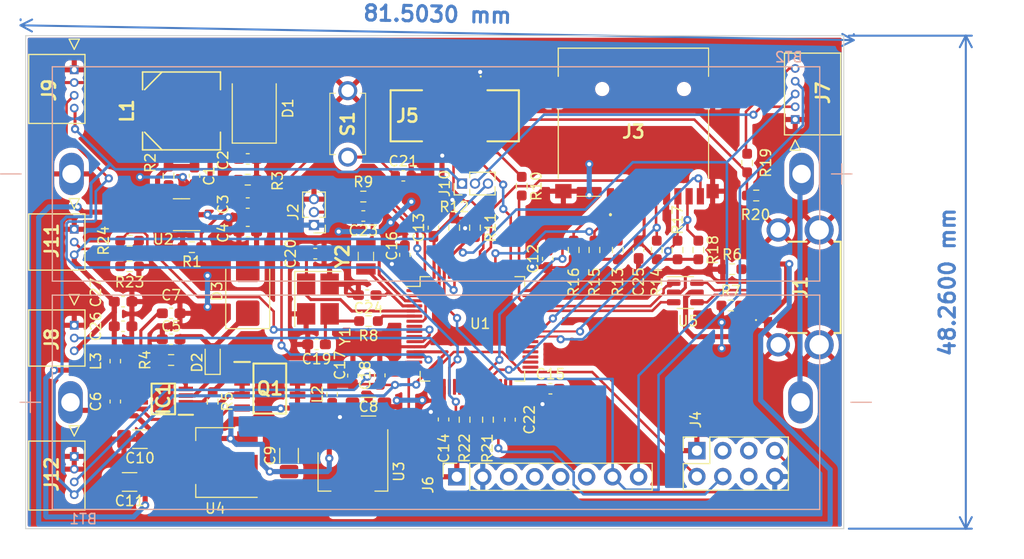
<source format=kicad_pcb>
(kicad_pcb (version 20221018) (generator pcbnew)
  (layers (0 "F.Cu" signal) (31 "B.Cu" signal) (34 "B.Paste" user) (35 "F.Paste" user) (36 "B.SilkS" user "B.Silkscreen") (37 "F.SilkS" user "F.Silkscreen") (38 "B.Mask" user) (39 "F.Mask" user) (44 "Edge.Cuts" user))
  (net 0 "")
  (net 1 "/Power_Stabilizer_3_3V/V_in_P")
  (net 2 "Net-(BT1-Pad-)")
  (net 3 "GND")
  (net 4 "Net-(D1-K)")
  (net 5 "Net-(U2-FB)")
  (net 6 "Net-(D2-A)")
  (net 7 "Net-(IC1-TIMER)")
  (net 8 "+3.3V")
  (net 9 "+5V")
  (net 10 "+3.3VA")
  (net 11 "NRST")
  (net 12 "HSE_IN")
  (net 13 "Net-(D1-A)")
  (net 14 "Net-(D2-K)")
  (net 15 "Net-(IC1-SENSE)")
  (net 16 "Net-(IC1-EN)")
  (net 17 "Net-(IC1-DRV)")
  (net 18 "CC1")
  (net 19 "Net-(U1-VCAP_1)")
  (net 20 "RCC_32_IN")
  (net 22 "CC2")
  (net 24 "Net-(J2-Pin_2)")
  (net 25 "RCC_32_OUT")
  (net 26 "+5VA")
  (net 27 "SDIO_D2")
  (net 28 "SDIO_D3")
  (net 29 "SDIO_CMD")
  (net 30 "SDIO_CK")
  (net 31 "SDIO_D0")
  (net 32 "SDIO_D1")
  (net 33 "USART_RX")
  (net 35 "ESP8266_CH_PD")
  (net 38 "USART_TX")
  (net 39 "Net-(J5-SWDIO)")
  (net 40 "SWDCLK")
  (net 41 "SWO")
  (net 43 "Net-(U2-EN)")
  (net 44 "HSE_OUT")
  (net 45 "BOOT")
  (net 55 "I2C1_SDA")
  (net 56 "I2C1_SCL")
  (net 57 "Net-(J10-Pin_2)")
  (net 58 "Net-(J7-Pad5)")
  (net 59 "Net-(J8-Pad2)")
  (net 62 "ADC2_IN4")
  (net 64 "Net-(J11-Pad2)")
  (net 65 "ADC2_IN1")
  (net 66 "SWDIO")
  (net 68 "ADC3_IN0")
  (net 75 "ADC2_IN14")
  (net 76 "ADC2_IN13")
  (net 77 "SD_detection")
  (net 80 "PA5")
  (net 81 "USB_OTG_FS_D-")
  (net 82 "USB_OTG_FS_D+")
  (net 90 "Net-(C19-Pad1)")
  (net 91 "5V_USB")
  (net 92 "DATAP")
  (net 93 "DATAN")
  (footprint "molex_conn:530480410" (layer "F.Cu") (at 72.566 116.6232 90)
    (fp_text reference "J12")
    (fp_text value "530480410" hide)
  )
  (footprint "Resistor_SMD:R_0603_1608Metric_Pad0.98x0.95mm_HandSolder" (layer "F.Cu") (at 110.744 113.03 90)
    (fp_text reference "R22")
    (fp_text value "4,7k")
  )
  (footprint "Capacitor_SMD:C_1206_3216Metric_Pad1.33x1.80mm_HandSolder" (layer "F.Cu") (at 93.5736 116.5475 90)
    (fp_text reference "C9")
    (fp_text value "10uF")
  )
  (footprint "Inductor_SMD:L_0603_1608Metric_Pad1.05x0.95mm_HandSolder" (layer "F.Cu") (at 97.79 110.5408 90)
    (fp_text reference "L2")
    (fp_text value "39n")
  )
  (footprint "Diode_SMD:D_SMB" (layer "F.Cu") (at 89.535 100.457 90)
    (fp_text reference "D3")
    (fp_text value "B240")
  )
  (footprint "Resistor_SMD:R_0603_1608Metric_Pad0.98x0.95mm_HandSolder" (layer "F.Cu") (at 123.444 96.4165 -90)
    (fp_text reference "R15")
    (fp_text value "10k")
  )
  (footprint "Resistor_SMD:R_0603_1608Metric_Pad0.98x0.95mm_HandSolder" (layer "F.Cu") (at 139.2682 91.0844)
    (fp_text reference "R20")
    (fp_text value "6,8k")
  )
  (footprint "Resistor_SMD:R_0603_1608Metric_Pad0.98x0.95mm_HandSolder" (layer "F.Cu") (at 77.978 95.504 180)
    (fp_text reference "R24")
    (fp_text value "4,7k")
  )
  (footprint "Resistor_SMD:R_0603_1608Metric_Pad0.98x0.95mm_HandSolder" (layer "F.Cu") (at 129.54 96.4165 -90)
    (fp_text reference "R14")
    (fp_text value "10k")
  )
  (footprint "Resistor_SMD:R_0603_1608Metric_Pad0.98x0.95mm_HandSolder" (layer "F.Cu") (at 116.332 90.17 -90)
    (fp_text reference "R10")
    (fp_text value "22")
  )
  (footprint "SOP65P490X110-8N:SOP65P490X110-8N" (layer "F.Cu") (at 81.28 110.998 180)
    (fp_text reference "IC1")
    (fp_text value "MCP73844-840I_MS" hide)
  )
  (footprint "Capacitor_SMD:C_0603_1608Metric_Pad1.08x0.95mm_HandSolder" (layer "F.Cu") (at 127.762 96.393 -90)
    (fp_text reference "C25")
    (fp_text value "100n")
  )
  (footprint "Resistor_SMD:R_0603_1608Metric_Pad0.98x0.95mm_HandSolder" (layer "F.Cu") (at 84.074 96.139 180)
    (fp_text reference "R1")
    (fp_text value "10k")
  )
  (footprint "Package_TO_SOT_SMD:SOT-223-3_TabPin2" (layer "F.Cu") (at 99.822 118.11 -90)
    (fp_text reference "U3")
    (fp_text value "LM1117MP-3.3")
  )
  (footprint "Package_TO_SOT_SMD:SOT-23-5" (layer "F.Cu") (at 83.058 92.964 180)
    (fp_text reference "U2")
    (fp_text value "LMR62421XMF")
  )
  (footprint "Crystal:Crystal_SMD_3225-4Pin_3.2x2.5mm_HandSoldering" (layer "F.Cu") (at 96.393 101.219 -90)
    (fp_text reference "Y1")
    (fp_text value "Crystal_GND24_Small")
  )
  (footprint "Capacitor_SMD:C_0603_1608Metric_Pad1.08x0.95mm_HandSolder" (layer "F.Cu") (at 108.6866 113.0046 -90)
    (fp_text reference "C14")
    (fp_text value "100n")
  )
  (footprint "INDM7676X355N:INDM7676X355N" (layer "F.Cu") (at 83.058 82.804)
    (fp_text reference "L1")
    (fp_text value "DR73-6R8-R" hide)
  )
  (footprint "Resistor_SMD:R_0603_1608Metric_Pad0.98x0.95mm_HandSolder" (layer "F.Cu") (at 136.779 101.854)
    (fp_text reference "R7")
    (fp_text value "5,1k")
  )
  (footprint "Resistor_SMD:R_0603_1608Metric_Pad0.98x0.95mm_HandSolder" (layer "F.Cu") (at 136.906 98.298)
    (fp_text reference "R6")
    (fp_text value "5,1k")
  )
  (footprint "Capacitor_SMD:C_0603_1608Metric_Pad1.08x0.95mm_HandSolder" (layer "F.Cu") (at 118.872 97.282 90)
    (fp_text reference "C12")
    (fp_text value "4,7uF")
  )
  (footprint "Capacitor_SMD:C_1206_3216Metric_Pad1.33x1.80mm_HandSolder" (layer "F.Cu") (at 101.346 111.76)
    (fp_text reference "C8")
    (fp_text value "10uF")
  )
  (footprint "Resistor_SMD:R_0603_1608Metric_Pad0.98x0.95mm_HandSolder" (layer "F.Cu") (at 81.788 89.154 -90)
    (fp_text reference "R2")
    (fp_text value "1M")
  )
  (footprint "Connector_PinSocket_2.54mm:PinSocket_1x08_P2.54mm_Vertical" (layer "F.Cu") (at 109.982 118.618 90)
    (fp_text reference "J6")
    (fp_text value "Conn_01x08_Socket")
  )
  (footprint "Resistor_SMD:R_0603_1608Metric_Pad0.98x0.95mm_HandSolder" (layer "F.Cu") (at 131.572 96.4165 -90)
    (fp_text reference "R17")
    (fp_text value "10k")
  )
  (footprint "Capacitor_SMD:C_0603_1608Metric_Pad1.08x0.95mm_HandSolder" (layer "F.Cu") (at 84.328 89.154 -90)
    (fp_text reference "C1")
    (fp_text value "10uF")
  )
  (footprint "Resistor_SMD:R_0603_1608Metric_Pad0.98x0.95mm_HandSolder" (layer "F.Cu") (at 77.978 98.014)
    (fp_text reference "R23")
    (fp_text value "6,8k")
  )
  (footprint "Capacitor_SMD:C_0603_1608Metric_Pad1.08x0.95mm_HandSolder" (layer "F.Cu") (at 102.451 108.6905 90)
    (fp_text reference "C18")
    (fp_text value "10n")
  )
  (footprint "LED_SMD:LED_0603_1608Metric_Pad1.05x0.95mm_HandSolder" (layer "F.Cu") (at 86.106 106.934 90)
    (fp_text reference "D2")
    (fp_text value "LED_Small")
  )
  (footprint "ABS07-crystal-32khz:ABS07" (layer "F.Cu") (at 101.092 97.028 -90)
    (fp_text reference "Y2")
    (fp_text value "ABS07-32.768KHZ-9-T" hide)
  )
  (footprint "Capacitor_SMD:C_0603_1608Metric_Pad1.08x0.95mm_HandSolder" (layer "F.Cu") (at 101.219 100.838 180)
    (fp_text reference "C24")
    (fp_text value "8p")
  )
  (footprint "Capacitor_SMD:C_0603_1608Metric_Pad1.08x0.95mm_HandSolder" (layer "F.Cu") (at 76.581 111.252 90)
    (fp_text reference "C6")
    (fp_text value "10uF")
  )
  (footprint "Capacitor_SMD:C_0603_1608Metric_Pad1.08x0.95mm_HandSolder" (layer "F.Cu") (at 89.535 87.503 180)
    (fp_text reference "C2")
    (fp_text value "10uF")
  )
  (footprint "sd_card:112JTDARR01" (layer "F.Cu") (at 127.254 83.911 180)
    (fp_text reference "J3")
    (fp_text value "112J-TDAR-R01" hide)
  )
  (footprint "Resistor_SMD:R_0603_1608Metric_Pad0.98x0.95mm_HandSolder" (layer "F.Cu") (at 125.73 96.4165 -90)
    (fp_text reference "R13")
    (fp_text value "10k")
  )
  (footprint "Resistor_SMD:R_0603_1608Metric_Pad0.98x0.95mm_HandSolder" (layer "F.Cu") (at 82.042 107.188)
    (fp_text reference "R4")
    (fp_text value "100k")
  )
  (footprint "18259651-switch:18259651" (layer "F.Cu") (at 99.314 87.324 90)
    (fp_text reference "S1")
    (fp_text value "1825965-1" hide)
  )
  (footprint "Inductor_SMD:L_0603_1608Metric_Pad1.05x0.95mm_HandSolder" (layer "F.Cu") (at 76.581 107.301 90)
    (fp_text reference "L3")
    (fp_text value "39n")
  )
  (footprint "Capacitor_SMD:C_0603_1608Metric_Pad1.08x0.95mm_HandSolder" (layer "F.Cu") (at 107.696 94.234 90)
    (fp_text reference "C13")
    (fp_text value "100n")
  )
  (footprint "Package_QFP:LQFP-64_10x10mm_P0.5mm" (layer "F.Cu") (at 111.506 104.14)
    (fp_text reference "U1")
    (fp_text value "STM32F446RET6")
  )
  (footprint "Capacitor_SMD:C_0603_1608Metric" (layer "F.Cu") (at 104.7496 89.154)
    (fp_text reference "C21")
    (fp_text value "0.1u")
  )
  (footprint "Capacitor_SMD:C_0603_1608Metric_Pad1.08x0.95mm_HandSolder" (layer "F.Cu") (at 119.1375 110)
    (fp_text reference "C15")
    (fp_text value "100n")
  )
  (footprint "Connector_PinHeader_1.27mm:PinHeader_1x03_P1.27mm_Vertical" (layer "F.Cu") (at 110.49 89.916 90)
    (fp_text reference "J10")
    (fp_text value "Conn_01x03_Pin")
  )
  (footprint "Resistor_SMD:R_0603_1608Metric_Pad0.98x0.95mm_HandSolder" (layer "F.Cu") (at 89.535 89.535 180)
    (fp_text reference "R3")
    (fp_text value "68k")
  )
  (footprint "Resistor_SMD:R_0603_1608Metric_Pad0.98x0.95mm_HandSolder" (layer "F.Cu") (at 138.3792 87.9075 -90)
    (fp_text reference "R19")
    (fp_text value "4,7k")
  )
  (footprint "Capacitor_SMD:C_0603_1608Metric_Pad1.08x0.95mm_HandSolder" (layer "F.Cu") (at 82.042 105.156 180)
    (fp_text reference "C5")
    (fp_text value "10uF")
  )
  (footprint "Resistor_SMD:R_0603_1608Metric_Pad0.98x0.95mm_HandSolder" (layer "F.Cu") (at 121.412 96.4165 -90)
    (fp_text reference "R16")
    (fp_text value "10k")
  )
  (footprint "Package_TO_SOT_SMD:SOT-223-3_TabPin2" (layer "F.Cu") (at 86.36 117.221 180)
    (fp_text reference "U4")
    (fp_text value "LM1117MP-5.0")
  )
  (footprint "Capacitor_SMD:C_0603_1608Metric_Pad1.08x0.95mm_HandSolder" (layer "F.Cu") (at 96.266 105.664 180)
    (fp_text reference "C19")
    (fp_text value "8p")
  )
  (footprint "Resistor_SMD:R_0603_1608Metric_Pad0.98x0.95mm_HandSolder" (layer "F.Cu") (at 109.728 94.234 90)
    (fp_text reference "R12")
    (fp_text value "2k2")
  )
  (footprint "Connector_PinSocket_2.54mm:PinSocket_2x04_P2.54mm_Vertical" (layer "F.Cu") (at 133.4616 116.058 90)
    (fp_text reference "J4")
    (fp_text value "Conn_02x04_Top_Bottom")
  )
  (footprint "Capacitor_SMD:C_0603_1608Metric_Pad1.08x0.95mm_HandSolder" (layer "F.Cu") (at 89.535 94.615 180)
    (fp_text reference "C4")
    (fp_text value "10uF")
  )
  (footprint "Resistor_SMD:R_0603_1608Metric_Pad0.98x0.95mm_HandSolder" (layer "F.Cu") (at 133.604 96.4165 -90)
    (fp_text reference "R18")
    (fp_text value "10k")
  )
  (footprint "Capacitor_SMD:C_0603_1608Metric_Pad1.08x0.95mm_HandSolder" (layer "F.Cu") (at 89.535 91.821 180)
    (fp_text reference "C3")
    (fp_text value "1n")
  )
  (footprint "Capacitor_SMD:C_0603_1608Metric_Pad1.08x0.95mm_HandSolder" (layer "F.Cu") (at 77.343 103.886)
    (fp_text reference "C26")
    (fp_text value "1uF")
  )
  (footprint "Capacitor_SMD:C_1206_3216Metric_Pad1.33x1.80mm_HandSolder" (layer "F.Cu") (at 78.994 114.935 180)
    (fp_text reference "C10")
    (fp_text value "10uF")
  )
  (footprint "USB4500030A:USB4500030A" (layer "F.Cu") (at 144.272 100.076 90)
    (fp_text reference "J1")
    (fp_text value "USB4500-03-0-A" hide)
  )
  (footprint "Resistor_SMD:R_0603_1608Metric_Pad0.98x0.95mm_HandSolder" (layer "F.Cu") (at 101.346 103.378 180)
    (fp_text reference "R8")
    (fp_text value "47")
  )
  (footprint "Capacitor_SMD:C_0603_1608Metric_Pad1.08x0.95mm_HandSolder" (layer "F.Cu") (at 82.042 102.616)
    (fp_text reference "C7")
    (fp_text value "0.1uF")
  )
  (footprint "Capacitor_SMD:C_0603_1608Metric_Pad1.08x0.95mm_HandSolder" (layer "F.Cu") (at 99.822 108.712 90)
    (fp_text reference "C17")
    (fp_text value "1uF")
  )
  (footprint "Resistor_SMD:R_0603_1608Metric_Pad0.98x0.95mm_HandSolder" (layer "F.Cu") (at 111.76 94.234 90)
    (fp_text reference "R11")
    (fp_text value "2k2")
  )
  (footprint "Capacitor_SMD:C_0603_1608Metric_Pad1.08x0.95mm_HandSolder" (layer "F.Cu") (at 100.838 93.091 180)
    (fp_text reference "C23")
    (fp_text value "8p")
  )
  (footprint "Resistor_SMD:R_0603_1608Metric_Pad0.98x0.95mm_HandSolder" (layer "F.Cu") (at 86.106 111.252 -90)
    (fp_text reference "R5")
    (fp_text value "100m")
  )
  (footprint "Connector_PinHeader_1.27mm:PinHeader_1x03_P1.27mm_Vertical" (layer "F.Cu") (at 96.012 93.98 180)
    (fp_text reference "J2")
    (fp_text value "Conn_01x03_Pin")
  )
  (footprint "Capacitor_SMD:C_1206_3216Metric_Pad1.33x1.80mm_HandSolder" (layer "F.Cu") (at 77.978 119.126 180)
    (fp_text reference "C11")
    (fp_text value "10uF")
  )
  (footprint "Capacitor_SMD:C_0603_1608Metric_Pad1.08x0.95mm_HandSolder" (layer "F.Cu") (at 77.343 101.473)
    (fp_text reference "C27")
    (fp_text value "10n")
  )
  (footprint "molex_conn:530480310" (layer "F.Cu") (at 72.566 103.7862 90)
    (fp_text reference "J8")
    (fp_text value "530480310" hide)
  )
  (footprint "Capacitor_SMD:C_0603_1608Metric_Pad1.08x0.95mm_HandSolder" (layer "F.Cu") (at 104.902 96.901 90)
    (fp_text reference "C16")
    (fp_text value "100n")
  )
  (footprint "Resistor_SMD:R_0603_1608Metric_Pad0.98x0.95mm_HandSolder" (layer "F.Cu") (at 113.03 113.03 -90)
    (fp_text reference "R21")
    (fp_text value "6,8k")
  )
  (footprint "Diode_SMD:D_SMB" (layer "F.Cu") (at 90.17 82.296 90)
    (fp_text reference "D1")
    (fp_text value "B240")
  )
  (footprint "HBHRB210VGSMT:HBHRB210VGSMT" (layer "F.Cu") (at 109.78 83.28 180)
    (fp_text reference "J5")
    (fp_text value "HBHR-B2-10-VG-SMT" hide)
  )
  (footprint "SOIC127P600X175-8N:SOIC127P600X175-8N" (layer "F.Cu") (at 91.694 109.982)
    (fp_text reference "Q1")
    (fp_text value "SI4435DY" hide)
  )
  (footprint "Resistor_SMD:R_0603_1608Metric_Pad0.98x0.95mm_HandSolder" (layer "F.Cu") (at 100.838 91.186)
    (fp_text reference "R9")
    (fp_text value "10k")
  )
  (footprint "Package_TO_SOT_SMD:SOT-23-6" (layer "F.Cu") (at 132.334 100.584)
    (fp_text reference "U5")
    (fp_text value "USBLC6-2SC6")
  )
  (footprint "molex_conn:530480410" (layer "F.Cu") (at 72.566 78.7772 90)
    (fp_text reference "J9")
    (fp_text value "530480410" hide)
  )
  (footprint "Capacitor_SMD:C_0603_1608Metric_Pad1.08x0.95mm_HandSolder" (layer "F.Cu") (at 115.189 113.03 -90)
    (fp_text reference "C22")
    (fp_text value "4,7uF")
  )
  (footprint "molex_conn:530480510" (layer "F.Cu") (at 143.08 83.6457 -90)
    (fp_text reference "J7")
    (fp_text value "530480510" hide)
  )
  (footprint "Capacitor_SMD:C_0603_1608Metric_Pad1.08x0.95mm_HandSolder" (layer "F.Cu") (at 96.139 96.774)
    (fp_text reference "C20")
    (fp_text value "8p")
  )
  (footprint "molex_conn:530480310" (layer "F.Cu") (at 72.566 94.3882 90)
    (fp_text reference "J11")
    (fp_text value "530480310" hide)
  )
  (footprint "BAT_BK-18650-PC2:BAT_BK-18650-PC2" (layer "B.Cu") (at 108.9 111.324)
    (fp_text reference locked "BT1")
    (fp_text value locked "BK-18650-PC2")
  )
  (footprint "BAT_BK-18650-PC2:BAT_BK-18650-PC2" (layer "B.Cu") (at 106.998 88.972 180)
    (fp_text reference locked "BT2")
    (fp_text value locked "BK-18650-PC2")
  )
  (gr_line (start 147.828 123.698) (end 147.828 75.438) (stroke (width 0.1)) (layer "Edge.Cuts"))
  (gr_line (start 67.818 123.698) (end 147.828 123.698) (stroke (width 0.1)) (layer "Edge.Cuts"))
  (gr_line (start 67.818 75.438) (end 67.818 123.698) (stroke (width 0.1)) (layer "Edge.Cuts"))
  (gr_line (start 147.828 75.438) (end 67.818 75.438) (stroke (width 0.1)) (layer "Edge.Cuts"))
  (dimension (type aligned) (layer "B.Cu") (pts (xy 147.828 123.698) (xy 147.828 75.438)) (height 11.938) (gr_text "48,2600 mm" (at 157.966 99.568 90) (layer "B.Cu") (effects (font (size 1.5 1.5) (thickness 0.3)))) (format (prefix "") (suffix "") (units 3) (units_format 1) (precision 4)) (style (thickness 0.2) (arrow_length 1.27) (text_position_mode 0) (extension_height 0.58642) (extension_offset 0.5) keep_text_aligned))
  (dimension (type aligned) (layer "B.Cu") (pts (xy 67.31 74.422) (xy 148.8 75.8757)) (height 0) (gr_text "81,5030 mm" (at 108.087105 73.349136 358.9780091) (layer "B.Cu") (effects (font (size 1.5 1.5) (thickness 0.3)))) (format (prefix "") (suffix "") (units 3) (units_format 1) (precision 4)) (style (thickness 0.2) (arrow_length 1.27) (text_position_mode 0) (extension_height 0.58642) (extension_offset 0.5) keep_text_aligned))
  (segment (start 76.581 112.1145) (end 77.1145 112.648) (width 0.5) (layer "F.Cu") (net 1))
  (segment (start 94.406 109.347) (end 94.406 108.077) (width 0.5) (layer "F.Cu") (net 1))
  (segment (start 94.406 111.887) (end 92.8116 111.887) (width 0.5) (layer "F.Cu") (net 1))
  (segment (start 94.406 111.887) (end 94.406 110.617) (width 0.5) (layer "F.Cu") (net 1))
  (segment (start 89.46 114.871) (end 89.51 114.921) (width 0.5) (layer "F.Cu") (net 1))
  (segment (start 76.581 112.1145) (end 72.9875 112.1145) (width 0.5) (layer "F.Cu") (net 1))
  (segment (start 80.9845 114.871) (end 87.8586 114.871) (width 0.5) (layer "F.Cu") (net 1))
  (segment (start 77.1145 112.648) (end 78.6335 112.648) (width 0.5) (layer "F.Cu") (net 1))
  (segment (start 78.6335 112.648) (end 80.9205 114.935) (width 0.5) (layer "F.Cu") (net 1))
  (segment (start 91.694 118.11) (end 93.5736 118.11) (width 0.5) (layer "F.Cu") (net 1))
  (segment (start 72.9875 112.1145) (end 72.197 111.324) (width 0.5) (layer "F.Cu") (net 1))
  (segment (start 80.9205 114.935) (end 80.9845 114.871) (width 0.5) (layer "F.Cu") (net 1))
  (segment (start 94.406 110.617) (end 94.406 109.347) (width 0.5) (layer "F.Cu") (net 1))
  (segment (start 97.5106 114.9714) (end 97.522 114.96) (width 0.5) (layer "F.Cu") (net 1))
  (segment (start 87.8586 114.871) (end 89.46 114.871) (width 0.5) (layer "F.Cu") (net 1))
  (segment (start 77.3725 111.323) (end 76.581 112.1145) (width 0.3) (layer "F.Cu") (net 1))
  (segment (start 79.08 111.323) (end 77.3725 111.323) (width 0.3) (layer "F.Cu") (net 1))
  (segment (start 97.5106 116.8146) (end 97.5106 114.9714) (width 0.5) (layer "F.Cu") (net 1))
  (segment (start 92.8116 111.887) (end 92.7608 111.9378) (width 0.5) (layer "F.Cu") (net 1))
  (via (at 87.8586 114.871) (size 0.8) (drill 0.4) (layers "F.Cu" "B.Cu") (net 1))
  (via (at 97.5106 116.8146) (size 0.8) (drill 0.4) (layers "F.Cu" "B.Cu") (net 1))
  (via (at 92.7608 111.9378) (size 0.8) (drill 0.4) (layers "F.Cu" "B.Cu") (net 1))
  (via (at 91.694 118.11) (size 0.8) (drill 0.4) (layers "F.Cu" "B.Cu") (net 1))
  (segment (start 87.884 114.8456) (end 87.8586 114.871) (width 0.5) (layer "B.Cu") (net 1))
  (segment (start 90.9574 117.3734) (end 91.694 118.11) (width 0.5) (layer "B.Cu") (net 1))
  (segment (start 91.694 118.11) (end 97.3197 118.11) (width 0.5) (layer "B.Cu") (net 1))
  (segment (start 90.9574 115.443) (end 88.4306 115.443) (width 0.5) (layer "B.Cu") (net 1))
  (segment (start 97.5106 117.9191) (end 97.5106 116.8146) (width 0.5) (layer "B.Cu") (net 1))
  (segment (start 87.884 111.9378) (end 87.884 114.8456) (width 0.5) (layer "B.Cu") (net 1))
  (segment (start 88.4306 115.443) (end 87.8586 114.871) (width 0.5) (layer "B.Cu") (net 1))
  (segment (start 90.9574 115.443) (end 90.9574 117.3734) (width 0.5) (layer "B.Cu") (net 1))
  (segment (start 97.3197 118.11) (end 97.5106 117.9191) (width 0.5) (layer "B.Cu") (net 1))
  (segment (start 92.7608 111.9378) (end 87.884 111.9378) (width 0.5) (layer "B.Cu") (net 1))
  (segment (start 143.547 89.126) (end 143.701 88.972) (width 0.5) (layer "B.Cu") (net 2))
  (segment (start 143.547 111.274) (end 143.547 89.126) (width 0.5) (layer "B.Cu") (net 2))
  (segment (start 143.597 111.324) (end 143.547 111.274) (width 0.5) (layer "B.Cu") (net 2))
  (segment (start 116.014 111.624148) (end 116.014 113.0675) (width 0.3) (layer "F.Cu") (net 3))
  (segment (start 71.12 117.856) (end 71.1372 117.873) (width 0.3) (layer "F.Cu") (net 3))
  (segment (start 77.724 110.617) (end 77.78 110.673) (width 0.3) (layer "F.Cu") (net 3))
  (segment (start 72.566 117.873) (end 72.566 116.6232) (width 0.5) (layer "F.Cu") (net 3))
  (segment (start 79.08 110.673) (end 80.716 110.673) (width 0.3) (layer "F.Cu") (net 3))
  (segment (start 72.566 80.0272) (end 73.7698 80.0272) (width 0.3) (layer "F.Cu") (net 3))
  (segment (start 84.1955 92.964) (end 85.598 92.964) (width 0.5) (layer "F.Cu") (net 3))
  (segment (start 83.9205 90.0165) (end 84.328 90.0165) (width 0.3) (layer "F.Cu") (net 3))
  (segment (start 87.7835 93.3715) (end 87.63 93.218) (width 0.5) (layer "F.Cu") (net 3))
  (segment (start 115.004958 110.94) (end 115.329852 110.94) (width 0.3) (layer "F.Cu") (net 3))
  (segment (start 114.756 109.815) (end 114.756 110.691042) (width 0.3) (layer "F.Cu") (net 3))
  (segment (start 115.329852 110.94) (end 116.014 111.624148) (width 0.3) (layer "F.Cu") (net 3))
  (segment (start 72.566 80.0272) (end 71.2642 80.0272) (width 0.3) (layer "F.Cu") (net 3))
  (segment (start 103.886 105.918) (end 103.914 105.89) (width 0.3) (layer "F.Cu") (net 3))
  (segment (start 100.203 100.838) (end 99.314 99.949) (width 0.3) (layer "F.Cu") (net 3))
  (segment (start 102.451 107.828) (end 103.881 107.828) (width 0.3) (layer "F.Cu") (net 3))
  (segment (start 114.756 110.691042) (end 115.004958 110.94) (width 0.3) (layer "F.Cu") (net 3))
  (segment (start 108.256 109.815) (end 108.256 110.691042) (width 0.3) (layer "F.Cu") (net 3))
  (segment (start 72.566 117.873) (end 73.6428 117.873) (width 0.5) (layer "F.Cu") (net 3))
  (segment (start 116.014 113.0675) (end 115.189 113.8925) (width 0.3) (layer "F.Cu") (net 3))
  (segment (start 87.7835 94.742) (end 87.7835 93.3715) (width 0.5) (layer "F.Cu") (net 3))
  (segment (start 100.3565 100.838) (end 100.203 100.838) (width 0.3) (layer "F.Cu") (net 3))
  (segment (start 106.6038 111.125) (end 107.822042 111.125) (width 0.3) (layer "F.Cu") (net 3))
  (segment (start 132.334 100.109) (end 132.334 98.679) (width 0.3) (layer "F.Cu") (net 3))
  (segment (start 108.256 110.691042) (end 107.822042 111.125) (width 0.3) (layer "F.Cu") (net 3))
  (segment (start 108.256 98.465) (end 108.256 104.482851) (width 0.3) (layer "F.Cu") (net 3))
  (segment (start 118.82 100.89) (end 117.181 100.89) (width 0.3) (layer "F.Cu") (net 3))
  (segment (start 103.881 107.828) (end 103.886 107.823) (width 0.3) (layer "F.Cu") (net 3))
  (segment (start 118.872 100.838) (end 118.82 100.89) (width 0.3) (layer "F.Cu") (net 3))
  (segment (start 83.185 89.281) (end 83.9205 90.0165) (width 0.3) (layer "F.Cu") (net 3))
  (segment (start 73.7698 80.0272) (end 73.787 80.01) (width 0.3) (layer "F.Cu") (net 3))
  (segment (start 103.914 105.89) (end 105.831 105.89) (width 0.3) (layer "F.Cu") (net 3))
  (segment (start 73.6428 117.873) (end 73.66 117.856) (width 0.3) (layer "F.Cu") (net 3))
  (segment (start 72.566 117.873) (end 71.1372 117.873) (width 0.5) (layer "F.Cu") (net 3))
  (segment (start 131.859 100.584) (end 132.334 100.109) (width 0.3) (layer "F.Cu") (net 3))
  (segment (start 80.716 110.673) (end 80.772 110.617) (width 0.3) (layer "F.Cu") (net 3))
  (segment (start 108.256 104.482851) (end 106.848851 105.89) (width 0.3) (layer "F.Cu") (net 3))
  (segment (start 106.848851 105.89) (end 105.831 105.89) (width 0.3) (layer "F.Cu") (net 3))
  (segment (start 79.08 110.673) (end 77.78 110.673) (width 0.3) (layer "F.Cu") (net 3))
  (segment (start 131.1965 100.584) (end 131.859 100.584) (width 0.3) (layer "F.Cu") (net 3))
  (segment (start 71.2642 80.0272) (end 71.247 80.01) (width 0.3) (layer "F.Cu") (net 3))
  (via (at 83.185 89.281) (size 0.8) (drill 0.4) (layers "F.Cu" "B.Cu") (net 3))
  (via (at 103.505 93.726) (size 0.8) (drill 0.4) (layers "F.Cu" "B.Cu") (net 3))
  (via (at 85.598 92.964) (size 0.8) (drill 0.4) (layers "F.Cu" "B.Cu") (net 3))
  (via (at 135.89 103.505) (size 0.8) (drill 0.4) (layers "F.Cu" "B.Cu") (net 3))
  (via (at 104.1146 111.1504) (size 0.8) (drill 0.4) (layers "F.Cu" "B.Cu") (net 3))
  (via (at 135.89 106.045) (size 0.8) (drill 0.4) (layers "F.Cu" "B.Cu") (net 3))
  (via (at 87.63 93.218) (size 0.8) (drill 0.4) (layers "F.Cu" "B.Cu") (net 3))
  (via (at 122.936 91.059) (size 0.8) (drill 0.4) (layers "F.Cu" "B.Cu") (net 3))
  (via (at 106.6038 111.125) (size 0.8) (drill 0.4) (layers "F.Cu" "B.Cu") (net 3))
  (via (at 78.994 89.281) (size 0.8) (drill 0.4) (layers "F.Cu" "B.Cu") (net 3))
  (via (at 122.936 88.011) (size 0.8) (drill 0.4) (layers "F.Cu" "B.Cu") (net 3))
  (via (at 105.537 91.694) (size 0.8) (drill 0.4) (layers "F.Cu" "B.Cu") (net 3))
  (via (at 85.598 98.933) (size 0.8) (drill 0.4) (layers "F.Cu" "B.Cu") (net 3))
  (via (at 98.425 94.6142) (size 0.8) (drill 0.4) (layers "F.Cu" "B.Cu") (net 3))
  (via (at 85.598 101.981) (size 0.8) (drill 0.4) (layers "F.Cu" "B.Cu") (net 3))
  (segment (start 85.598 101.981) (end 85.598 98.933) (width 0.5) (layer "B.Cu") (net 3))
  (segment (start 103.505 93.726) (end 102.6168 94.6142) (width 0.5) (layer "B.Cu") (net 3))
  (segment (start 106.6038 111.125) (end 104.14 111.125) (width 0.5) (layer "B.Cu") (net 3))
  (segment (start 104.14 111.125) (end 104.1146 111.1504) (width 0.5) (layer "B.Cu") (net 3))
  (segment (start 85.852 93.218) (end 85.598 92.964) (width 0.5) (layer "B.Cu") (net 3))
  (segment (start 83.185 89.281) (end 78.994 89.281) (width 0.3) (layer "B.Cu") (net 3))
  (segment (start 102.6168 94.6142) (end 98.425 94.6142) (width 0.5) (layer "B.Cu") (net 3))
  (segment (start 87.63 93.218) (end 85.852 93.218) (width 0.5) (layer "B.Cu") (net 3))
  (segment (start 122.936 91.059) (end 122.936 88.011) (width 0.5) (layer "B.Cu") (net 3))
  (segment (start 135.89 106.045) (end 135.89 103.505) (width 0.3) (layer "B.Cu") (net 3))
  (segment (start 103.505 93.726) (end 105.537 91.694) (width 0.5) (layer "B.Cu") (net 3))
  (segment (start 90.3975 91.821) (end 90.3975 94.615) (width 0.5) (layer "F.Cu") (net 4))
  (segment (start 90.4475 91.771) (end 90.3975 91.821) (width 0.5) (layer "F.Cu") (net 4))
  (segment (start 90.3975 89.485) (end 90.4475 89.535) (width 0.5) (layer "F.Cu") (net 4))
  (segment (start 90.3975 97.4445) (end 89.535 98.307) (width 0.5) (layer "F.Cu") (net 4))
  (segment (start 90.4475 89.535) (end 90.4475 91.771) (width 0.5) (layer "F.Cu") (net 4))
  (segment (start 90.3975 94.615) (end 90.3975 97.4445) (width 0.5) (layer "F.Cu") (net 4))
  (segment (start 90.17 84.446) (end 90.17 87.2755) (width 0.5) (layer "F.Cu") (net 4))
  (segment (start 90.17 87.2755) (end 90.3975 87.503) (width 0.5) (layer "F.Cu") (net 4))
  (segment (start 90.3975 87.503) (end 90.3975 89.485) (width 0.5) (layer "F.Cu") (net 4))
  (segment (start 87.916339 91.871) (end 84.9865 94.800839) (width 0.3) (layer "F.Cu") (net 5))
  (segment (start 84.9865 94.800839) (end 84.9865 96.139) (width 0.3) (layer "F.Cu") (net 5))
  (segment (start 84.3885 91.821) (end 84.1955 92.014) (width 0.3) (layer "F.Cu") (net 5))
  (segment (start 88.6225 89.535) (end 88.6225 91.871) (width 0.3) (layer "F.Cu") (net 5))
  (segment (start 88.6225 91.871) (end 87.916339 91.871) (width 0.3) (layer "F.Cu") (net 5))
  (segment (start 88.6725 91.821) (end 84.3885 91.821) (width 0.3) (layer "F.Cu") (net 5))
  (segment (start 87.031 109.414) (end 87.031 106.984) (width 0.5) (layer "F.Cu") (net 6))
  (segment (start 88.646 102.734) (end 88.646 103.519) (width 0.5) (layer "F.Cu") (net 6))
  (segment (start 82.9045 104.902) (end 82.9045 105.156) (width 0.25) (layer "F.Cu") (net 6))
  (segment (start 82.9295 104.877) (end 82.9545 104.902) (width 0.5) (layer "F.Cu") (net 6))
  (segment (start 82.9295 104.877) (end 82.9045 104.902) (width 0.25) (layer "F.Cu") (net 6))
  (segment (start 87.031 106.984) (end 86.106 106.059) (width 0.5) (layer "F.Cu") (net 6))
  (segment (start 82.9045 105.156) (end 82.9045 107.138) (width 0.4) (layer "F.Cu") (net 6))
  (segment (start 86.5685 109.877) (end 86.106 110.3395) (width 0.25) (layer "F.Cu") (net 6))
  (segment (start 84.949 104.902) (end 86.106 106.059) (width 0.5) (layer "F.Cu") (net 6))
  (segment (start 88.646 103.519) (end 86.106 106.059) (width 0.5) (layer "F.Cu") (net 6))
  (segment (start 82.9545 104.902) (end 84.949 104.902) (width 0.5) (layer "F.Cu") (net 6))
  (segment (start 82.9045 107.138) (end 82.9545 107.188) (width 0.4) (layer "F.Cu") (net 6))
  (segment (start 86.5685 109.877) (end 87.031 109.414) (width 0.5) (layer "F.Cu") (net 6))
  (segment (start 85.1225 111.323) (end 86.106 110.34) (width 0.4) (layer "F.Cu") (net 6))
  (segment (start 86.106 110.34) (end 86.5685 109.877) (width 0.5) (layer "F.Cu") (net 6))
  (segment (start 83.48 111.323) (end 85.1225 111.323) (width 0.4) (layer "F.Cu") (net 6))
  (segment (start 79.08 104.308) (end 79.08 110.023) (width 0.3) (layer "F.Cu") (net 7))
  (segment (start 80.772 102.616) (end 79.08 104.308) (width 0.3) (layer "F.Cu") (net 7))
  (segment (start 81.1795 102.616) (end 80.772 102.616) (width 0.3) (layer "F.Cu") (net 7))
  (segment (start 109.728 93.3215) (end 111.76 93.3215) (width 0.3) (layer "F.Cu") (net 8))
  (segment (start 128.304 94.9885) (end 128.304 91.161) (width 0.3) (layer "F.Cu") (net 8))
  (segment (start 108.6866 112.1421) (end 108.756 112.0727) (width 0.3) (layer "F.Cu") (net 8))
  (segment (start 107.5679 112.1421) (end 108.6866 112.1421) (width 0.5) (layer "F.Cu") (net 8))
  (segment (start 99.9021 111.8616) (end 99.9021 114.8799) (width 0.5) (layer "F.Cu") (net 8))
  (segment (start 107.442 112.268) (end 107.5679 112.1421) (width 0.5) (layer "F.Cu") (net 8))
  (segment (start 108.5342 90.5002) (end 108.5342 87.2049) (width 0.5) (layer "F.Cu") (net 8))
  (segment (start 98.552 111.8616) (end 98.2358 111.8616) (width 0.5) (layer "F.Cu") (net 8))
  (segment (start 125.73 97.329) (end 123.444 97.329) (width 0.3) (layer "F.Cu") (net 8))
  (segment (start 104.902 99.461) (end 105.831 100.39) (width 0.3) (layer "F.Cu") (net 8))
  (segment (start 127.762 95.5305) (end 128.304 94.9885) (width 0.3) (layer "F.Cu") (net 8))
  (segment (start 127.762 95.5305) (end 127.762 95.551) (width 0.3) (layer "F.Cu") (net 8))
  (segment (start 121.412 97.329) (end 123.444 97.329) (width 0.3) (layer "F.Cu") (net 8))
  (segment (start 109.5502 93.1437) (end 109.728 93.3215) (width 0.5) (layer "F.Cu") (net 8))
  (segment (start 98.552 111.8616) (end 98.552 112.776) (width 0.5) (layer "F.Cu") (net 8))
  (segment (start 118.275 110) (end 118.275 111.417) (width 0.5) (layer "F.Cu") (net 8))
  (segment (start 127.762 95.551) (end 129.54 97.329) (width 0.3) (layer "F.Cu") (net 8))
  (segment (start 110.7948 94.2848) (end 110.6913 94.2848) (width 0.5) (layer "F.Cu") (net 8))
  (segment (start 109.5502 91.5162) (end 109.5502 93.1437) (width 0.5) (layer "F.Cu") (net 8))
  (segment (start 109.5502 91.5162) (end 108.5342 90.5002) (width 0.5) (layer "F.Cu") (net 8))
  (segment (start 104.8755 97.79) (end 104.902 97.7635) (width 0.5) (layer "F.Cu") (net 8))
  (segment (start 118.275 110) (end 115.256 110) (width 0.3) (layer "F.Cu") (net 8))
  (segment (start 107.756 95.1565) (end 107.696 95.0965) (width 0.3) (layer "F.Cu") (net 8))
  (segment (start 118.275 111.417) (end 118.364 111.506) (width 0.5) (layer "F.Cu") (net 8))
  (segment (start 117.348 98.044) (end 118.7715 98.044) (width 0.5) (layer "F.Cu") (net 8))
  (segment (start 112.268 78.994) (end 112.32 79.046) (width 0.25) (layer "F.Cu") (net 8))
  (segment (start 99.9021 114.8799) (end 99.822 114.96) (width 0.5) (layer "F.Cu") (net 8))
  (segment (start 125.9635 97.329) (end 127.762 95.5305) (width 0.3) (layer "F.Cu") (net 8))
  (segment (start 120.596 98.1445) (end 121.412 97.329) (width 0.3) (layer "F.Cu") (net 8))
  (segment (start 107.756 98.465) (end 107.756 95.1565) (width 0.3) (layer "F.Cu") (net 8))
  (segment (start 131.572 97.329) (end 133.604 97.329) (width 0.3) (layer "F.Cu") (net 8))
  (segment (start 98.2358 111.8616) (end 97.79 111.4158) (width 0.5) (layer "F.Cu") (net 8))
  (segment (start 99.9021 111.8616) (end 98.552 111.8616) (width 0.5) (layer "F.Cu") (net 8))
  (segment (start 108.756 112.0727) (end 108.756 109.815) (width 0.3) (layer "F.Cu") (net 8))
  (segment (start 107.696 95.0965) (end 109.471 93.3215) (width 0.3) (layer "F.Cu") (net 8))
  (segment (start 103.632 97.79) (end 104.8755 97.79) (width 0.5) (layer "F.Cu") (net 8))
  (segment (start 109.471 93.3215) (end 109.728 93.3215) (width 0.25) (layer "F.Cu") (net 8))
  (segment (start 108.5342 87.2049) (end 108.5596 87.1795) (width 0.5) (layer "F.Cu") (net 8))
  (segment (start 118.872 98.699) (end 117.181 100.39) (width 0.3) (layer "F.Cu") (net 8))
  (segment (start 129.54 97.329) (end 131.572 97.329) (width 0.3) (layer "F.Cu") (net 8))
  (segment (start 118.872 98.1445) (end 118.872 98.298) (width 0.2032) (layer "F.Cu") (net 8))
  (segment (start 104.902 97.7635) (end 104.902 99.461) (width 0.3) (layer "F.Cu") (net 8))
  (segment (start 99.822 121.26) (end 99.822 114.96) (width 0.5) (layer "F.Cu") (net 8))
  (segment (start 125.73 97.329) (end 125.9635 97.329) (width 0.3) (layer "F.Cu") (net 8))
  (segment (start 118.872 98.1445) (end 118.872 98.699) (width 0.3) (layer "F.Cu") (net 8))
  (segment (start 118.872 98.1445) (end 118.872 98.298) (width 0.3) (layer "F.Cu") (net 8))
  (segment (start 112.32 79.046) (end 112.32 81.28) (width 0.5) (layer "F.Cu") (net 8))
  (segment (start 118.7715 98.044) (end 118.872 98.1445) (width 0.5) (layer "F.Cu") (net 8))
  (segment (start 118.872 98.1445) (end 120.596 98.1445) (width 0.3) (layer "F.Cu") (net 8))
  (segment (start 110.6913 94.2848) (end 109.728 93.3215) (width 0.5) (layer "F.Cu") (net 8))
  (via (at 108.5596 87.1795) (size 0.8) (drill 0.4) (layers "F.Cu" "B.Cu") (net 8))
  (via (at 103.632 97.79) (size 0.8) (drill 0.4) (layers "F.Cu" "B.Cu") (net 8))
  (via (at 109.5502 91.5162) (size 0.8) (drill 0.4) (layers "F.Cu" "B.Cu") (net 8))
  (via (at 98.552 112.776) (size 0.8) (drill 0.4) (layers "F.Cu" "B.Cu") (net 8))
  (via (at 118.364 111.506) (size 0.8) (drill 0.4) (layers "F.Cu" "B.Cu") (net 8))
  (via (at 117.348 98.044) (size 0.8) (drill 0.4) (layers "F.Cu" "B.Cu") (net 8))
  (via (at 107.442 112.268) (size 0.8) (drill 0.4) (layers "F.Cu" "B.Cu") (net 8))
  (via (at 112.268 78.994) (size 0.8) (drill 0.4) (layers "F.Cu" "B.Cu") (net 8))
  (via (at 110.7948 94.2848) (size 0.8) (drill 0.4) (layers "F.Cu" "B.Cu") (net 8))
  (segment (start 70.596046 108.176) (end 76.581 108.176) (width 0.5) (layer "F.Cu") (net 9))
  (segment (start 81.305 119.126) (end 83.21 117.221) (width 0.5) (layer "F.Cu") (net 9))
  (segment (start 79.5405 119.126) (end 81.305 119.126) (width 0.5) (layer "F.Cu") (net 9))
  (segment (start 79.502 121.412) (end 79.502 119.1645) (width 0.5) (layer "F.Cu") (net 9))
  (segment (start 89.51 117.221) (end 83.21 117.221) (width 0.5) (layer "F.Cu") (net 9))
  (segment (start 79.502 119.1645) (end 79.5405 119.126) (width 0.5) (layer "F.Cu") (net 9))
  (segment (start 70.590023 108.182023) (end 70.596046 108.176) (width 0.5) (layer "F.Cu") (net 9))
  (via (at 79.502 121.412) (size 0.8) (drill 0.4) (layers "F.Cu" "B.Cu") (net 9))
  (via (at 70.590023 108.182023) (size 0.8) (drill 0.4) (layers "F.Cu" "B.Cu") (net 9))
  (segment (start 78.366 122.548) (end 69.85 122.548) (width 0.5) (layer "B.Cu") (net 9))
  (segment (start 69.788 108.984046) (end 70.590023 108.182023) (width 0.5) (layer "B.Cu") (net 9))
  (segment (start 69.85 122.548) (end 69.788 122.486) (width 0.5) (layer "B.Cu") (net 9))
  (segment (start 79.502 121.412) (end 78.366 122.548) (width 0.5) (layer "B.Cu") (net 9))
  (segment (start 69.788 122.486) (end 69.788 108.984046) (width 0.5) (layer "B.Cu") (net 9))
  (segment (start 106.0075 109.411248) (end 109.028748 106.39) (width 0.3) (layer "F.Cu") (net 10))
  (segment (start 72.644 82.6052) (end 72.566 82.5272) (width 0.3) (layer "F.Cu") (net 10))
  (segment (start 72.5774 120.3845) (end 72.566 120.373) (width 0.3) (layer "F.Cu") (net 10))
  (segment (start 72.644 84.582) (end 72.644 82.6052) (width 0.3) (layer "F.Cu") (net 10))
  (segment (start 99.822 109.574) (end 99.822 109.5745) (width 0.25) (layer "F.Cu") (net 10))
  (segment (start 97.79 109.6658) (end 99.7307 109.6658) (width 0.5) (layer "F.Cu") (net 10))
  (segment (start 102.5244 109.6264) (end 102.451 109.553) (width 0.25) (layer "F.Cu") (net 10))
  (segment (start 99.843 109.553) (end 99.822 109.574) (width 0.25) (layer "F.Cu") (net 10))
  (segment (start 103.9368 109.6264) (end 102.5244 109.6264) (width 0.25) (layer "F.Cu") (net 10))
  (segment (start 72.5773 120.3845) (end 72.566 120.3732) (width 0.25) (layer "F.Cu") (net 10))
  (segment (start 106.0075 109.601) (end 106.0075 109.411248) (width 0.3) (layer "F.Cu") (net 10))
  (segment (start 102.451 109.553) (end 99.843 109.553) (width 0.25) (layer "F.Cu") (net 10))
  (segment (start 72.5774 120.3845) (end 72.5773 120.3845) (width 0.25) (layer "F.Cu") (net 10))
  (segment (start 99.7307 109.6658) (end 99.822 109.5745) (width 0.5) (layer "F.Cu") (net 10))
  (segment (start 109.028748 106.39) (end 105.831 106.39) (width 0.3) (layer "F.Cu") (net 10))
  (via (at 72.644 84.582) (size 0.8) (drill 0.4) (layers "F.Cu" "B.Cu") (net 10))
  (via (at 106.0075 109.601) (size 0.8) (drill 0.4) (layers "F.Cu" "B.Cu") (net 10))
  (via (at 103.9368 109.6264) (size 0.8) (drill 0.4) (layers "F.Cu" "B.Cu") (net 10))
  (segment (start 100.457 88.519) (end 109.093 88.519) (width 0.25) (layer "B.Cu") (net 10))
  (segment (start 103.9368 109.6264) (end 102.87 110.6932) (width 0.3) (layer "B.Cu") (net 10))
  (segment (start 76.073 88.011) (end 76.581 88.519) (width 0.25) (layer "B.Cu") (net 10))
  (segment (start 70.612 109.22) (end 71.374 108.458) (width 0.3) (layer "B.Cu") (net 10))
  (segment (start 98.425 88.773) (end 100.203 88.773) (width 0.25) (layer "B.Cu") (net 10))
  (segment (start 82.246 110.6932) (end 72.566 120.3732) (width 0.3) (layer "B.Cu") (net 10))
  (segment (start 74.201 89.883) (end 76.073 88.011) (width 0.3) (layer "B.Cu") (net 10))
  (segment (start 71.341 93.631829) (end 71.809629 93.1632) (width 0.3) (layer "B.Cu") (net 10))
  (segment (start 71.809629 93.1632) (end 74.201 93.1632) (width 0.3) (layer "B.Cu") (net 10))
  (segment (start 76.581 88.519) (end 98.171 88.519) (width 0.25) (layer "B.Cu") (net 10))
  (segment (start 72.644 84.582) (end 76.073 88.011) (width 0.25) (layer "B.Cu") (net 10))
  (segment (start 98.171 88.519) (end 98.425 88.773) (width 0.25) (layer "B.Cu") (net 10))
  (segment (start 109.093 88.519) (end 110.49 89.916) (width 0.25) (layer "B.Cu") (net 10))
  (segment (start 104.4956 109.6264) (end 103.9368 109.6264) (width 0.3) (layer "B.Cu") (net 10))
  (segment (start 106.0075 109.601) (end 104.521 109.601) (width 0.3) (layer "B.Cu") (net 10))
  (segment (start 100.203 88.773) (end 100.457 88.519) (width 0.25) (layer "B.Cu") (net 10))
  (segment (start 102.87 110.6932) (end 82.246 110.6932) (width 0.3) (layer "B.Cu") (net 10))
  (segment (start 71.341 97.436451) (end 71.341 93.631829) (width 0.3) (layer "B.Cu") (net 10))
  (segment (start 74.201 93.1632) (end 74.201 89.883) (width 0.3) (layer "B.Cu") (net 10))
  (segment (start 72.566 120.3732) (end 70.612 118.4192) (width 0.3) (layer "B.Cu") (net 10))
  (segment (start 71.374 108.458) (end 71.374 97.469452) (width 0.3) (layer "B.Cu") (net 10))
  (segment (start 104.521 109.601) (end 104.4956 109.6264) (width 0.3) (layer "B.Cu") (net 10))
  (segment (start 71.374 97.469452) (end 71.341 97.436451) (width 0.3) (layer "B.Cu") (net 10))
  (segment (start 70.612 118.4192) (end 70.612 109.22) (width 0.3) (layer "B.Cu") (net 10))
  (segment (start 106.931 100.149314) (end 106.931 103.130686) (width 0.25) (layer "F.Cu") (net 11))
  (segment (start 99.314 87.324) (end 105.196 87.324) (width 0.3) (layer "F.Cu") (net 11))
  (segment (start 106.8578 100.076114) (end 106.931 100.149314) (width 0.25) (layer "F.Cu") (net 11))
  (segment (start 103.9746 92.019956) (end 106.8578 94.903156) (width 0.25) (layer "F.Cu") (net 11))
  (segment (start 106.931 103.130686) (end 106.671686 103.39) (width 0.25) (layer "F.Cu") (net 11))
  (segment (start 103.9746 89.154) (end 103.9746 92.019956) (width 0.25) (layer "F.Cu") (net 11))
  (segment (start 99.314 87.324) (end 102.1446 87.324) (width 0.25) (layer "F.Cu") (net 11))
  (segment (start 102.1446 87.324) (end 103.9746 89.154) (width 0.25) (layer "F.Cu") (net 11))
  (segment (start 106.8578 94.903156) (end 106.8578 100.076114) (width 0.25) (layer "F.Cu") (net 11))
  (segment (start 106.671686 103.39) (end 105.831 103.39) (width 0.25) (layer "F.Cu") (net 11))
  (segment (start 105.196 87.324) (end 107.24 85.28) (width 0.3) (layer "F.Cu") (net 11))
  (segment (start 95.693 101.269) (end 98.602 101.269) (width 0.3) (layer "F.Cu") (net 12))
  (segment (start 95.243 100.819) (end 95.693 101.269) (width 0.3) (layer "F.Cu") (net 12))
  (segment (start 99.723 102.39) (end 105.831 102.39) (width 0.3) (layer "F.Cu") (net 12))
  (segment (start 98.602 101.269) (end 99.723 102.39) (width 0.3) (layer "F.Cu") (net 12))
  (segment (start 95.2765 99.7355) (end 95.243 99.769) (width 0.3) (layer "F.Cu") (net 12))
  (segment (start 95.243 99.769) (end 95.243 100.819) (width 0.3) (layer "F.Cu") (net 12))
  (segment (start 95.2765 96.774) (end 95.2765 99.7355) (width 0.3) (layer "F.Cu") (net 12))
  (segment (start 83.083 91.6155) (end 83.6945 91.004) (width 0.5) (layer "F.Cu") (net 13))
  (segment (start 84.1955 93.914) (end 83.533 93.914) (width 0.5) (layer "F.Cu") (net 13))
  (segment (start 83.6945 91.004) (end 85.852 91.004) (width 0.5) (layer "F.Cu") (net 13))
  (segment (start 85.852 82.8294) (end 85.8774 82.804) (width 0.5) (layer "F.Cu") (net 13))
  (segment (start 83.083 93.464) (end 83.083 91.6155) (width 0.5) (layer "F.Cu") (net 13))
  (segment (start 88.5354 80.146) (end 90.17 80.146) (width 0.5) (layer "F.Cu") (net 13))
  (segment (start 83.533 93.914) (end 83.083 93.464) (width 0.5) (layer "F.Cu") (net 13))
  (segment (start 85.852 91.004) (end 85.852 82.8294) (width 0.5) (layer "F.Cu") (net 13))
  (segment (start 85.8774 82.804) (end 88.5354 80.146) (width 0.5) (layer "F.Cu") (net 13))
  (segment (start 86.106 108.888) (end 86.106 107.809) (width 0.4) (layer "F.Cu") (net 14))
  (segment (start 83.48 110.673) (end 84.3207 110.673) (width 0.4) (layer "F.Cu") (net 14))
  (segment (start 84.3207 110.673) (end 86.106 108.888) (width 0.4) (layer "F.Cu") (net 14))
  (segment (start 83.48 111.973) (end 83.48 111.998) (width 0.25) (layer "F.Cu") (net 15))
  (segment (start 87.6535 110.617) (end 88.982 110.617) (width 0.5) (layer "F.Cu") (net 15))
  (segment (start 86.106 112.164) (end 87.6535 110.617) (width 0.5) (layer "F.Cu") (net 15))
  (segment (start 83.48 111.998) (end 83.6465 112.164) (width 0.5) (layer "F.Cu") (net 15))
  (segment (start 88.982 109.347) (end 88.982 110.617) (width 0.5) (layer "F.Cu") (net 15))
  (segment (start 86.1055 112.164) (end 86.106 112.164) (width 0.5) (layer "F.Cu") (net 15))
  (segment (start 86.1055 112.164) (end 86.106 112.1645) (width 0.25) (layer "F.Cu") (net 15))
  (segment (start 83.6465 112.164) (end 86.1055 112.164) (width 0.5) (layer "F.Cu") (net 15))
  (segment (start 88.982 108.077) (end 88.982 109.347) (width 0.5) (layer "F.Cu") (net 15))
  (segment (start 83.48 109.538) (end 81.1295 107.188) (width 0.4) (layer "F.Cu") (net 16))
  (segment (start 83.48 110.023) (end 83.48 109.538) (width 0.4) (layer "F.Cu") (net 16))
  (segment (start 80.109 113.002) (end 86.586852 113.002) (width 0.3) (layer "F.Cu") (net 17))
  (segment (start 79.08 111.973) (end 80.109 113.002) (width 0.3) (layer "F.Cu") (net 17))
  (segment (start 87.701852 111.887) (end 88.982 111.887) (width 0.3) (layer "F.Cu") (net 17))
  (segment (start 86.586852 113.002) (end 87.701852 111.887) (width 0.3) (layer "F.Cu") (net 17))
  (segment (start 137.8185 101.8535) (end 137.818 101.854) (width 0.3) (layer "F.Cu") (net 18))
  (segment (start 137.8185 101.8535) (end 137.8185 101.854) (width 0.25) (layer "F.Cu") (net 18))
  (segment (start 138.346 101.326) (end 137.8185 101.8535) (width 0.3) (layer "F.Cu") (net 18))
  (segment (start 140.272 101.326) (end 138.346 101.326) (width 0.3) (layer "F.Cu") (net 18))
  (segment (start 114.256 109.815) (end 114.256 111.362) (width 0.3) (layer "F.Cu") (net 19))
  (segment (start 114.7462 111.8522) (end 114.7467 111.8522) (width 0.25) (layer "F.Cu") (net 19))
  (segment (start 114.7462 111.8522) (end 114.256 111.362) (width 0.3) (layer "F.Cu") (net 19))
  (segment (start 114.7467 111.8522) (end 115.062 112.1675) (width 0.25) (layer "F.Cu") (net 19))
  (segment (start 115.062 112.168) (end 114.7462 111.8522) (width 0.3) (layer "F.Cu") (net 19))
  (segment (start 104.946 101.39) (end 102.392 98.836) (width 0.3) (layer "F.Cu") (net 20))
  (segment (start 105.831 101.39) (end 104.946 101.39) (width 0.3) (layer "F.Cu") (net 20))
  (segment (start 102.392 98.836) (end 102.392 97.078) (width 0.3) (layer "F.Cu") (net 20))
  (segment (start 101.7005 93.091) (end 101.7005 95.1695) (width 0.3) (layer "F.Cu") (net 20))
  (segment (start 102.392 97.078) (end 101.092 95.778) (width 0.3) (layer "F.Cu") (net 20))
  (segment (start 101.7005 95.1695) (end 101.092 95.778) (width 0.3) (layer "F.Cu") (net 20))
  (segment (start 101.7 95.1695) (end 101.092 95.778) (width 0.3) (layer "F.Cu") (net 20))
  (segment (start 140.272 98.326) (end 137.846 98.326) (width 0.3) (layer "F.Cu") (net 22))
  (segment (start 137.846 98.326) (end 137.8185 98.2985) (width 0.3) (layer "F.Cu") (net 22))
  (segment (start 137.8185 98.2985) (end 137.818 98.298) (width 0.3) (layer "F.Cu") (net 22))
  (segment (start 137.8185 98.2985) (end 137.8185 98.298) (width 0.25) (layer "F.Cu") (net 22))
  (segment (start 96.012 92.71) (end 97.282 92.71) (width 0.3) (layer "F.Cu") (net 24))
  (segment (start 97.282 92.71) (end 98.806 91.186) (width 0.3) (layer "F.Cu") (net 24))
  (segment (start 98.806 91.186) (end 99.9255 91.186) (width 0.3) (layer "F.Cu") (net 24))
  (segment (start 102.997 100.838) (end 103.3245 100.5105) (width 0.3) (layer "F.Cu") (net 25))
  (segment (start 104.704 101.89) (end 103.3245 100.5105) (width 0.3) (layer "F.Cu") (net 25))
  (segment (start 105.831 101.89) (end 104.704 101.89) (width 0.3) (layer "F.Cu") (net 25))
  (segment (start 102.0815 100.838) (end 102.997 100.838) (width 0.3) (layer "F.Cu") (net 25))
  (segment (start 103.3245 100.5105) (end 101.092 98.278) (width 0.3) (layer "F.Cu") (net 25))
  (segment (start 72.6358 106.356) (end 72.566 106.2862) (width 0.25) (layer "F.Cu") (net 26))
  (segment (start 72.6359 106.356) (end 72.6358 106.356) (width 0.25) (layer "F.Cu") (net 26))
  (segment (start 76.581 106.426) (end 76.4805 106.3255) (width 0.5) (layer "F.Cu") (net 26))
  (segment (start 76.4805 101.473) (end 72.566 97.5585) (width 0.5) (layer "F.Cu") (net 26))
  (segment (start 72.566 97.5585) (end 72.566 96.8882) (width 0.5) (layer "F.Cu") (net 26))
  (segment (start 72.6359 106.356) (end 72.566 106.286) (width 0.5) (layer "F.Cu") (net 26))
  (segment (start 76.4805 106.3255) (end 76.4805 101.473) (width 0.5) (layer "F.Cu") (net 26))
  (segment (start 72.6359 106.356) (end 76.4805 102.5114) (width 0.5) (layer "F.Cu") (net 26))
  (segment (start 76.4805 102.5114) (end 76.4805 101.473) (width 0.5) (layer "F.Cu") (net 26))
  (segment (start 74.1155 95.3387) (end 107.6073 95.3387) (width 0.25) (layer "B.Cu") (net 26))
  (segment (start 72.566 96.8882) (end 74.1155 95.3387) (width 0.25) (layer "B.Cu") (net 26))
  (segment (start 107.6073 95.3387) (end 113.03 89.916) (width 0.25) (layer "B.Cu") (net 26))
  (segment (start 114.1516 107.1734) (end 112.7561 108.5689) (width 0.25) (layer "F.Cu") (net 27))
  (segment (start 121.412 95.1285) (end 121.412 95.504) (width 0.2032) (layer "F.Cu") (net 27))
  (segment (start 120.3149 96.2256) (end 121.412 95.1285) (width 0.25) (layer "F.Cu") (net 27))
  (segment (start 112.7561 108.5689) (end 112.7561 109.815) (width 0.25) (layer "F.Cu") (net 27))
  (segment (start 112.7561 109.815) (end 112.756 109.815) (width 0.25) (layer "F.Cu") (net 27))
  (segment (start 121.412 94.753) (end 121.412 95.1285) (width 0.25) (layer "F.Cu") (net 27))
  (segment (start 120.3149 97.282) (end 120.3149 96.2256) (width 0.25) (layer "F.Cu") (net 27))
  (segment (start 125.004 91.161) (end 121.412 94.753) (width 0.25) (layer "F.Cu") (net 27))
  (via (at 114.1516 107.1734) (size 0.8) (drill 0.4) (layers "F.Cu" "B.Cu") (net 27))
  (via (at 120.3149 97.282) (size 0.8) (drill 0.4) (layers "F.Cu" "B.Cu") (net 27))
  (segment (start 120.3149 97.282) (end 119.5853 97.282) (width 0.25) (layer "B.Cu") (net 27))
  (segment (start 114.1516 102.7157) (end 114.1516 107.1734) (width 0.25) (layer "B.Cu") (net 27))
  (segment (start 119.5853 97.282) (end 114.1516 102.7157) (width 0.25) (layer "B.Cu") (net 27))
  (segment (start 123.444 94.6166) (end 123.444 95.504) (width 0.25) (layer "F.Cu") (net 28))
  (segment (start 126.104 91.161) (end 126.104 91.9566) (width 0.25) (layer "F.Cu") (net 28))
  (segment (start 113.756 96.7428) (end 113.756 97.6574) (width 0.25) (layer "F.Cu") (net 28))
  (segment (start 113.7596 96.7392) (end 113.756 96.7428) (width 0.25) (layer "F.Cu") (net 28))
  (segment (start 126.104 91.9566) (end 123.444 94.6166) (width 0.25) (layer "F.Cu") (net 28))
  (segment (start 113.756 97.6574) (end 113.756 98.465) (width 0.2032) (layer "F.Cu") (net 28))
  (segment (start 123.444 94.6166) (end 122.936 94.6166) (width 0.25) (layer "F.Cu") (net 28))
  (via (at 122.936 94.6166) (size 0.8) (drill 0.4) (layers "F.Cu" "B.Cu") (net 28))
  (via (at 113.7596 96.7392) (size 0.8) (drill 0.4) (layers "F.Cu" "B.Cu") (net 28))
  (segment (start 116.5485 96.7392) (end 113.7596 96.7392) (width 0.25) (layer "B.Cu") (net 28))
  (segment (start 122.936 94.6166) (end 118.6711 94.6166) (width 0.25) (layer "B.Cu") (net 28))
  (segment (start 118.6711 94.6166) (end 116.5485 96.7392) (width 0.25) (layer "B.Cu") (net 28))
  (segment (start 118.0723 89.6213) (end 117.5236 90.17) (width 0.25) (layer "F.Cu") (net 29))
  (segment (start 115.731 90.17) (end 113.3167 92.5843) (width 0.25) (layer "F.Cu") (net 29))
  (segment (start 127.204 91.161) (end 127.204 90.361) (width 0.2032) (layer "F.Cu") (net 29))
  (segment (start 125.73 95.504) (end 127.204 94.03) (width 0.25) (layer "F.Cu") (net 29))
  (segment (start 113.3167 92.5843) (end 113.3167 96.1469) (width 0.25) (layer "F.Cu") (net 29))
  (segment (start 113.3167 96.1469) (end 112.756 96.7076) (width 0.25) (layer "F.Cu") (net 29))
  (segment (start 126.4643 89.6213) (end 118.0723 89.6213) (width 0.25) (layer "F.Cu") (net 29))
  (segment (start 127.204 94.03) (end 127.204 91.161) (width 0.25) (layer "F.Cu") (net 29))
  (segment (start 127.204 90.361) (end 126.4643 89.6213) (width 0.25) (layer "F.Cu") (net 29))
  (segment (start 117.5236 90.17) (end 115.731 90.17) (width 0.25) (layer "F.Cu") (net 29))
  (segment (start 112.756 96.7076) (end 112.756 98.465) (width 0.25) (layer "F.Cu") (net 29))
  (segment (start 129.472 91.229) (end 129.404 91.161) (width 0.2032) (layer "F.Cu") (net 30))
  (segment (start 129.472 94.166) (end 129.472 91.229) (width 0.25) (layer "F.Cu") (net 30))
  (segment (start 129.54 94.234) (end 129.472 94.166) (width 0.25) (layer "F.Cu") (net 30))
  (segment (start 114.0776 108.1374) (end 113.256 108.959) (width 0.25) (layer "F.Cu") (net 30))
  (segment (start 113.256 108.959) (end 113.256 109.815) (width 0.2032) (layer "F.Cu") (net 30))
  (segment (start 115.0655 108.1374) (end 114.0776 108.1374) (width 0.25) (layer "F.Cu") (net 30))
  (segment (start 129.54 94.234) (end 129.54 95.504) (width 0.25) (layer "F.Cu") (net 30))
  (via (at 115.0655 108.1374) (size 0.8) (drill 0.4) (layers "F.Cu" "B.Cu") (net 30))
  (via (at 129.54 94.234) (size 0.8) (drill 0.4) (layers "F.Cu" "B.Cu") (net 30))
  (segment (start 115.5342 108.1374) (end 115.0655 108.1374) (width 0.25) (layer "B.Cu") (net 30))
  (segment (start 129.4376 94.234) (end 115.5342 108.1374) (width 0.25) (layer "B.Cu") (net 30))
  (segment (start 129.54 94.234) (end 129.4376 94.234) (width 0.25) (layer "B.Cu") (net 30))
  (segment (start 131.572 91.193) (end 131.604 91.161) (width 0.2032) (layer "F.Cu") (net 31))
  (segment (start 131.572 95.504) (end 131.572 95.5872) (width 0.25) (layer "F.Cu") (net 31))
  (segment (start 119.876 104.89) (end 117.181 104.89) (width 0.2032) (layer "F.Cu") (net 31))
  (segment (start 131.572 95.5872) (end 130.6435 96.5157) (width 0.25) (layer "F.Cu") (net 31))
  (segment (start 120.142 105.156) (end 119.876 104.89) (width 0.2032) (layer "F.Cu") (net 31))
  (segment (start 131.572 91.193) (end 131.572 95.504) (width 0.25) (layer "F.Cu") (net 31))
  (via (at 120.142 105.156) (size 0.8) (drill 0.4) (layers "F.Cu" "B.Cu") (net 31))
  (via (at 130.6435 96.5157) (size 0.8) (drill 0.4) (layers "F.Cu" "B.Cu") (net 31))
  (segment (start 130.6435 96.8284) (end 122.3159 105.156) (width 0.25) (layer "B.Cu") (net 31))
  (segment (start 122.3159 105.156) (end 120.142 105.156) (width 0.25) (layer "B.Cu") (net 31))
  (segment (start 130.6435 96.5157) (end 130.6435 96.8284) (width 0.25) (layer "B.Cu") (net 31))
  (segment (start 122.036 104.394) (end 122.032 104.39) (width 0.2032) (layer "F.Cu") (net 32))
  (segment (start 132.5403 94.4403) (end 133.604 95.504) (width 0.25) (layer "F.Cu") (net 32))
  (segment (start 132.5403 91.3247) (end 132.704 91.161) (width 0.25) (layer "F.Cu") (net 32))
  (segment (start 122.032 104.39) (end 117.181 104.39) (width 0.2032) (layer "F.Cu") (net 32))
  (segment (start 132.5403 93.472) (end 132.5403 94.4403) (width 0.25) (layer "F.Cu") (net 32))
  (segment (start 132.5403 93.472) (end 132.5403 91.3247) (width 0.25) (layer "F.Cu") (net 32))
  (via (at 122.036 104.394) (size 0.8) (drill 0.4) (layers "F.Cu" "B.Cu") (net 32))
  (via (at 132.5403 93.472) (size 0.8) (drill 0.4) (layers "F.Cu" "B.Cu") (net 32))
  (segment (start 132.5403 93.591) (end 122.036 104.0953) (width 0.25) (layer "B.Cu") (net 32))
  (segment (start 132.5403 93.472) (end 132.5403 93.591) (width 0.25) (layer "B.Cu") (net 32))
  (segment (start 122.036 104.0953) (end 122.036 104.394) (width 0.25) (layer "B.Cu") (net 32))
  (segment (start 107.756 108.3345) (end 107.756 109.815) (width 0.25) (layer "F.Cu") (net 33))
  (segment (start 116.081 108.130686) (end 116.315314 108.365) (width 0.25) (layer "F.Cu") (net 33))
  (segment (start 116.081 108.0494) (end 116.081 108.130686) (width 0.25) (layer "F.Cu") (net 33))
  (segment (start 114.4321 106.4005) (end 116.081 108.0494) (width 0.25) (layer "F.Cu") (net 33))
  (segment (start 109.69 106.4005) (end 107.756 108.3345) (width 0.25) (layer "F.Cu") (net 33))
  (segment (start 116.315314 108.365) (end 123.2286 108.365) (width 0.25) (layer "F.Cu") (net 33))
  (segment (start 123.2286 108.365) (end 133.4616 118.598) (width 0.25) (layer "F.Cu") (net 33))
  (segment (start 114.4321 106.4005) (end 109.69 106.4005) (width 0.25) (layer "F.Cu") (net 33))
  (segment (start 112.256 110.7095) (end 112.256 109.815) (width 0.25) (layer "F.Cu") (net 35))
  (segment (start 114.046 111.8365) (end 113.3167 111.1072) (width 0.25) (layer "F.Cu") (net 35))
  (segment (start 112.6537 111.1072) (end 112.256 110.7095) (width 0.25) (layer "F.Cu") (net 35))
  (segment (start 113.3167 111.1072) (end 112.6537 111.1072) (width 0.25) (layer "F.Cu") (net 35))
  (segment (start 114.046 115.824) (end 114.046 111.8365) (width 0.25) (layer "F.Cu") (net 35))
  (via (at 114.046 115.824) (size 0.8) (drill 0.4) (layers "F.Cu" "B.Cu") (net 35))
  (segment (start 121.412 118.1862) (end 121.412 119.38) (width 0.25) (layer "B.Cu") (net 35))
  (segment (start 114.046 115.824) (end 114.4016 116.1796) (width 0.25) (layer "B.Cu") (net 35))
  (segment (start 119.4054 116.1796) (end 121.412 118.1862) (width 0.25) (layer "B.Cu") (net 35))
  (segment (start 134.2616 120.338) (end 136.0016 118.598) (width 0.25) (layer "B.Cu") (net 35))
  (segment (start 114.4016 116.1796) (end 119.4054 116.1796) (width 0.25) (layer "B.Cu") (net 35))
  (segment (start 121.412 119.38) (end 122.37 120.338) (width 0.25) (layer "B.Cu") (net 35))
  (segment (start 122.37 120.338) (end 134.2616 120.338) (width 0.25) (layer "B.Cu") (net 35))
  (segment (start 105.831 107.89) (end 105.283 107.89) (width 0.25) (layer "F.Cu") (net 38))
  (segment (start 142.5702 120.0912) (end 142.5702 117.5466) (width 0.25) (layer "F.Cu") (net 38))
  (segment (start 105.283 117.475) (end 107.9246 120.1166) (width 0.25) (layer "F.Cu") (net 38))
  (segment (start 142.5448 120.1166) (end 142.5702 120.0912) (width 0.25) (layer "F.Cu") (net 38))
  (segment (start 105.283 107.89) (end 105.283 117.475) (width 0.25) (layer "F.Cu") (net 38))
  (segment (start 107.9246 120.1166) (end 142.5448 120.1166) (width 0.25) (layer "F.Cu") (net 38))
  (segment (start 142.5702 117.5466) (end 141.0816 116.058) (width 0.25) (layer "F.Cu") (net 38))
  (segment (start 116.332 89.2575) (end 113.9814 86.9069) (width 0.25) (layer "F.Cu") (net 39))
  (segment (start 112.32 85.28) (end 112.32 86.9069) (width 0.25) (layer "F.Cu") (net 39))
  (segment (start 113.9814 86.9069) (end 112.32 86.9069) (width 0.25) (layer "F.Cu") (net 39))
  (segment (start 114.5289 92.4) (end 115.256 93.1271) (width 0.25) (layer "F.Cu") (net 40))
  (segment (start 111.05 85.28) (end 111.05 86.9069) (width 0.25) (layer "F.Cu") (net 40))
  (segment (start 111.4044 86.9069) (end 114.5173 90.0198) (width 0.25) (layer "F.Cu") (net 40))
  (segment (start 115.256 93.1271) (end 115.256 98.465) (width 0.25) (layer "F.Cu") (net 40))
  (segment (start 111.05 86.9069) (end 111.4044 86.9069) (width 0.25) (layer "F.Cu") (net 40))
  (via (at 114.5173 90.0198) (size 0.8) (drill 0.4) (layers "F.Cu" "B.Cu") (net 40))
  (via (at 114.5289 92.4) (size 0.8) (drill 0.4) (layers "F.Cu" "B.Cu") (net 40))
  (segment (start 114.5173 92.3884) (end 114.5289 92.4) (width 0.25) (layer "B.Cu") (net 40))
  (segment (start 114.5173 90.0198) (end 114.5173 92.3884) (width 0.25) (layer "B.Cu") (net 40))
  (segment (start 109.6631 87.0238) (end 109.6631 90.5524) (width 0.25) (layer "F.Cu") (net 41))
  (segment (start 109.6631 90.5524) (end 110.7786 91.6679) (width 0.25) (layer "F.Cu") (net 41))
  (segment (start 112.5716 92.7924) (end 112.5716 96.2529) (width 0.25) (layer "F.Cu") (net 41))
  (segment (start 112.256 96.5685) (end 112.256 98.465) (width 0.25) (layer "F.Cu") (net 41))
  (segment (start 109.78 86.9069) (end 109.6631 87.0238) (width 0.25) (layer "F.Cu") (net 41))
  (segment (start 112.5716 96.2529) (end 112.256 96.5685) (width 0.25) (layer "F.Cu") (net 41))
  (segment (start 111.4471 91.6679) (end 112.5716 92.7924) (width 0.25) (layer "F.Cu") (net 41))
  (segment (start 109.78 85.28) (end 109.78 86.9069) (width 0.25) (layer "F.Cu") (net 41))
  (segment (start 110.7786 91.6679) (end 111.4471 91.6679) (width 0.25) (layer "F.Cu") (net 41))
  (segment (start 81.788 90.0665) (end 81.788 91.8815) (width 0.3) (layer "F.Cu") (net 43))
  (segment (start 81.788 91.8815) (end 81.9205 92.014) (width 0.3) (layer "F.Cu") (net 43))
  (segment (start 102.2585 103.3775) (end 102.2585 103.378) (width 0.25) (layer "F.Cu") (net 44))
  (segment (start 102.2585 103.3775) (end 102.746 102.89) (width 0.3) (layer "F.Cu") (net 44))
  (segment (start 102.746 102.89) (end 105.831 102.89) (width 0.3) (layer "F.Cu") (net 44))
  (segment (start 106.1215 96.266) (end 106.1215 94.803252) (width 0.25) (layer "F.Cu") (net 45))
  (segment (start 106.1215 94.803252) (end 102.504248 91.186) (width 0.25) (layer "F.Cu") (net 45))
  (segment (start 102.504248 91.186) (end 101.7505 91.186) (width 0.25) (layer "F.Cu") (net 45))
  (segment (start 109.756 100.2538) (end 109.6738 100.336) (width 0.25) (layer "F.Cu") (net 45))
  (segment (start 109.756 98.465) (end 109.756 100.2538) (width 0.25) (layer "F.Cu") (net 45))
  (via (at 106.1215 96.266) (size 0.8) (drill 0.4) (layers "F.Cu" "B.Cu") (net 45))
  (via (at 109.6738 100.336) (size 0.8) (drill 0.4) (layers "F.Cu" "B.Cu") (net 45))
  (segment (start 106.1215 96.266) (end 106.1215 96.7837) (width 0.25) (layer "B.Cu") (net 45))
  (segment (start 106.1215 96.7837) (end 109.6738 100.336) (width 0.25) (layer "B.Cu") (net 45))
  (segment (start 108.756 96.1185) (end 108.756 98.465) (width 0.3) (layer "F.Cu") (net 55))
  (segment (start 108.756 101.8258) (end 110.008 103.0778) (width 0.25) (layer "F.Cu") (net 55))
  (segment (start 108.756 98.465) (end 108.756 101.8258) (width 0.25) (layer "F.Cu") (net 55))
  (segment (start 109.728 95.1465) (end 108.756 96.1185) (width 0.3) (layer "F.Cu") (net 55))
  (via (at 110.008 103.0778) (size 0.8) (drill 0.4) (layers "F.Cu" "B.Cu") (net 55))
  (segment (start 143.8337 80.6494) (end 143.08 79.8957) (width 0.25) (layer "B.Cu") (net 55))
  (segment (start 143.8337 84.20162) (end 143.8337 80.6494) (width 0.25) (layer "B.Cu") (net 55))
  (segment (start 114.9092 109.0422) (end 125.222 109.0422) (width 0.25) (layer "B.Cu") (net 55))
  (segment (start 129.714 108.655695) (end 137.668 100.701695) (width 0.25) (layer "B.Cu") (net 55))
  (segment (start 125.222 109.0422) (end 125.222 118.618) (width 0.25) (layer "B.Cu") (net 55))
  (segment (start 137.668 90.36732) (end 143.8337 84.20162) (width 0.25) (layer "B.Cu") (net 55))
  (segment (start 125.222 118.618) (end 126.492 119.888) (width 0.25) (layer "B.Cu") (net 55))
  (segment (start 137.668 100.701695) (end 137.668 90.36732) (width 0.25) (layer "B.Cu") (net 55))
  (segment (start 126.492 119.888) (end 129.714 119.888) (width 0.25) (layer "B.Cu") (net 55))
  (segment (start 129.714 119.888) (end 129.714 108.655695) (width 0.25) (layer "B.Cu") (net 55))
  (segment (start 110.008 103.0778) (end 110.008 104.141) (width 0.25) (layer "B.Cu") (net 55))
  (segment (start 110.008 104.141) (end 114.9092 109.0422) (width 0.25) (layer "B.Cu") (net 55))
  (segment (start 109.256 97.1755) (end 109.256 98.465) (width 0.3) (layer "F.Cu") (net 56))
  (segment (start 110.2705 96.161) (end 110.5763 96.4668) (width 0.25) (layer "F.Cu") (net 56))
  (segment (start 110.5763 96.4668) (end 110.5763 96.6717) (width 0.25) (layer "F.Cu") (net 56))
  (segment (start 111.76 95.1465) (end 111.285 95.1465) (width 0.3) (layer "F.Cu") (net 56))
  (segment (start 110.2705 96.161) (end 109.256 97.1755) (width 0.3) (layer "F.Cu") (net 56))
  (segment (start 111.285 95.1465) (end 110.2705 96.161) (width 0.3) (layer "F.Cu") (net 56))
  (via (at 110.5763 96.6717) (size 0.8) (drill 0.4) (layers "F.Cu" "B.Cu") (net 56))
  (segment (start 111.5888 96.6717) (end 110.5763 96.6717) (width 0.25) (layer "B.Cu") (net 56))
  (segment (start 127.762 118.618) (end 127.762 108.712) (width 0.25) (layer "B.Cu") (net 56))
  (segment (start 122.564305 92.456) (end 127.192605 87.8277) (width 0.25) (layer "B.Cu") (net 56))
  (segment (start 115.8045 92.456) (end 122.564305 92.456) (width 0.25) (layer "B.Cu") (net 56))
  (segment (start 136.398 100.076) (end 136.398 87.8277) (width 0.25) (layer "B.Cu") (net 56))
  (segment (start 115.8045 92.456) (end 111.5888 96.6717) (width 0.25) (layer "B.Cu") (net 56))
  (segment (start 127.762 108.712) (end 136.398 100.076) (width 0.25) (layer "B.Cu") (net 56))
  (segment (start 136.398 87.8277) (end 143.08 81.1457) (width 0.25) (layer "B.Cu") (net 56))
  (segment (start 127.192605 87.8277) (end 136.398 87.8277) (width 0.25) (layer "B.Cu") (net 56))
  (segment (start 139.7705 82.3957) (end 138.9911 83.1751) (width 0.25) (layer "F.Cu") (net 57))
  (segment (start 143.08 82.3957) (end 139.7705 82.3957) (width 0.25) (layer "F.Cu") (net 57))
  (via (at 138.9911 83.1751) (size 0.8) (drill 0.4) (layers "F.Cu" "B.Cu") (net 57))
  (segment (start 118.5008 83.1752) (end 138.9911 83.1752) (width 0.25) (layer "B.Cu") (net 57))
  (segment (start 138.9911 83.1752) (end 138.9911 83.1751) (width 0.25) (layer "B.Cu") (net 57))
  (segment (start 111.76 89.916) (end 118.5008 83.1752) (width 0.25) (layer "B.Cu") (net 57))
  (segment (start 142.4926 78.6457) (end 138.2642 82.8741) (width 0.25) (layer "F.Cu") (net 58))
  (segment (start 138.2642 82.8741) (end 138.2642 86.88) (width 0.25) (layer "F.Cu") (net 58))
  (segment (start 143.08 78.6457) (end 142.4926 78.6457) (width 0.25) (layer "F.Cu") (net 58))
  (segment (start 138.2642 86.88) (end 138.3792 86.995) (width 0.25) (layer "F.Cu") (net 58))
  (segment (start 109.8919 113.0904) (end 110.744 113.9425) (width 0.25) (layer "F.Cu") (net 59))
  (segment (start 109.8919 111.2694) (end 109.8919 113.0904) (width 0.25) (layer "F.Cu") (net 59))
  (via (at 109.8919 111.2694) (size 0.8) (drill 0.4) (layers "F.Cu" "B.Cu") (net 59))
  (segment (start 72.566 105.0362) (end 107.3919 105.0362) (width 0.25) (layer "B.Cu") (net 59))
  (segment (start 109.2641 106.9084) (end 109.2641 110.6416) (width 0.25) (layer "B.Cu") (net 59))
  (segment (start 107.3919 105.0362) (end 109.2641 106.9084) (width 0.25) (layer "B.Cu") (net 59))
  (segment (start 109.2641 110.6416) (end 109.8919 111.2694) (width 0.25) (layer "B.Cu") (net 59))
  (segment (start 109.256 107.928449) (end 109.256 109.815) (width 0.25) (layer "F.Cu") (net 62))
  (segment (start 71.8123 82.0309) (end 72.566 81.2772) (width 0.25) (layer "F.Cu") (net 62))
  (segment (start 75.946 89.408) (end 71.8123 85.2743) (width 0.25) (layer "F.Cu") (net 62))
  (segment (start 71.8123 85.2743) (end 71.8123 82.0309) (width 0.25) (layer "F.Cu") (net 62))
  (segment (start 110.059449 107.125) (end 109.256 107.928449) (width 0.25) (layer "F.Cu") (net 62))
  (via (at 110.059449 107.125) (size 0.8) (drill 0.4) (layers "F.Cu" "B.Cu") (net 62))
  (via (at 75.946 89.408) (size 0.8) (drill 0.4) (layers "F.Cu" "B.Cu") (net 62))
  (segment (start 71.816 97.2397) (end 71.816 93.82858) (width 0.25) (layer "B.Cu") (net 62))
  (segment (start 72.7058 98.1295) (end 71.816 97.2397) (width 0.25) (layer "B.Cu") (net 62))
  (segment (start 74.5098 93.6382) (end 74.676 93.472) (width 0.25) (layer "B.Cu") (net 62))
  (segment (start 72.00638 93.6382) (end 74.5098 93.6382) (width 0.25) (layer "B.Cu") (net 62))
  (segment (start 110.059449 105.865249) (end 102.3237 98.1295) (width 0.25) (layer "B.Cu") (net 62))
  (segment (start 74.676 93.472) (end 74.676 90.678) (width 0.25) (layer "B.Cu") (net 62))
  (segment (start 102.3237 98.1295) (end 72.7058 98.1295) (width 0.25) (layer "B.Cu") (net 62))
  (segment (start 110.059449 107.125) (end 110.059449 105.865249) (width 0.25) (layer "B.Cu") (net 62))
  (segment (start 74.676 90.678) (end 75.946 89.408) (width 0.25) (layer "B.Cu") (net 62))
  (segment (start 71.816 93.82858) (end 72.00638 93.6382) (width 0.25) (layer "B.Cu") (net 62))
  (segment (start 78.085 96.3095) (end 78.8905 95.504) (width 0.25) (layer "F.Cu") (net 64))
  (segment (start 73.2373 96.3095) (end 78.085 96.3095) (width 0.25) (layer "F.Cu") (net 64))
  (segment (start 72.566 95.6382) (end 73.2373 96.3095) (width 0.25) (layer "F.Cu") (net 64))
  (segment (start 104.6695 108.6905) (end 104.6695 107.710814) (width 0.25) (layer "F.Cu") (net 65))
  (segment (start 101.357 108.6905) (end 104.6695 108.6905) (width 0.25) (layer "F.Cu") (net 65))
  (segment (start 104.990314 107.39) (end 105.831 107.39) (width 0.25) (layer "F.Cu") (net 65))
  (segment (start 104.6695 107.710814) (end 104.990314 107.39) (width 0.25) (layer "F.Cu") (net 65))
  (segment (start 101.219 108.8285) (end 101.357 108.6905) (width 0.25) (layer "F.Cu") (net 65))
  (via (at 101.219 108.8285) (size 0.8) (drill 0.4) (layers "F.Cu" "B.Cu") (net 65))
  (segment (start 81.5802 110.109) (end 72.566 119.1232) (width 0.25) (layer "B.Cu") (net 65))
  (segment (start 99.9385 110.109) (end 81.5802 110.109) (width 0.25) (layer "B.Cu") (net 65))
  (segment (start 101.219 108.8285) (end 99.9385 110.109) (width 0.25) (layer "B.Cu") (net 65))
  (segment (start 117.181 101.39) (end 116.3016 101.39) (width 0.25) (layer "F.Cu") (net 66))
  (segment (start 116.0709 101.1593) (end 116.0709 91.3436) (width 0.25) (layer "F.Cu") (net 66))
  (segment (start 116.3016 101.39) (end 116.0709 101.1593) (width 0.25) (layer "F.Cu") (net 66))
  (segment (start 116.0709 91.3436) (end 116.332 91.0825) (width 0.25) (layer "F.Cu") (net 66))
  (segment (start 138.3557 88.8435) (end 138.3792 88.82) (width 0.25) (layer "F.Cu") (net 68))
  (segment (start 107.204797 107.153997) (end 106.9408 106.89) (width 0.25) (layer "F.Cu") (net 68))
  (segment (start 92.837 90.17) (end 92.837 105.7607) (width 0.25) (layer "F.Cu") (net 68))
  (segment (start 99.3539 83.6531) (end 92.837 90.17) (width 0.25) (layer "F.Cu") (net 68))
  (segment (start 106.9408 106.89) (end 105.831 106.89) (width 0.25) (layer "F.Cu") (net 68))
  (segment (start 133.2123 83.6531) (end 99.3539 83.6531) (width 0.25) (layer "F.Cu") (net 68))
  (segment (start 138.3557 91.0844) (end 138.3557 88.8435) (width 0.25) (layer "F.Cu") (net 68))
  (segment (start 138.3792 88.82) (end 133.2123 83.6531) (width 0.25) (layer "F.Cu") (net 68))
  (via (at 107.204797 107.153997) (size 0.8) (drill 0.4) (layers "F.Cu" "B.Cu") (net 68))
  (via (at 92.837 105.7607) (size 0.8) (drill 0.4) (layers "F.Cu" "B.Cu") (net 68))
  (segment (start 93.7309 106.6546) (end 106.7054 106.6546) (width 0.25) (layer "B.Cu") (net 68))
  (segment (start 106.7054 106.6546) (end 107.204797 107.153997) (width 0.25) (layer "B.Cu") (net 68))
  (segment (start 92.837 105.7607) (end 93.7309 106.6546) (width 0.25) (layer "B.Cu") (net 68))
  (segment (start 111.256 109.815) (end 111.256 111.6055) (width 0.25) (layer "F.Cu") (net 75))
  (segment (start 113.03 112.1175) (end 111.768 112.1175) (width 0.25) (layer "F.Cu") (net 75))
  (segment (start 111.256 111.6055) (end 110.744 112.1175) (width 0.25) (layer "F.Cu") (net 75))
  (segment (start 111.768 112.1175) (end 111.256 111.6055) (width 0.25) (layer "F.Cu") (net 75))
  (segment (start 79.4741 96.3102) (end 79.7145 96.0698) (width 0.25) (layer "F.Cu") (net 76))
  (segment (start 77.8994 94.6701) (end 77.0655 95.504) (width 0.25) (layer "F.Cu") (net 76))
  (segment (start 84.6767 101.032) (end 79.7145 96.0698) (width 0.25) (layer "F.Cu") (net 76))
  (segment (start 77.0655 98.014) (end 78.7693 96.3102) (width 0.25) (layer "F.Cu") (net 76))
  (segment (start 90.673174 101.032) (end 84.6767 101.032) (width 0.25) (layer "F.Cu") (net 76))
  (segment (start 92.075 104.2162) (end 92.075 102.433826) (width 0.25) (layer "F.Cu") (net 76))
  (segment (start 105.831 105.39) (end 106.6771 105.39) (width 0.25) (layer "F.Cu") (net 76))
  (segment (start 79.3634 94.6701) (end 77.8994 94.6701) (width 0.25) (layer "F.Cu") (net 76))
  (segment (start 79.7145 96.0698) (end 79.7145 95.0212) (width 0.25) (layer "F.Cu") (net 76))
  (segment (start 78.7693 96.3102) (end 79.4741 96.3102) (width 0.25) (layer "F.Cu") (net 76))
  (segment (start 107.3097 104.7574) (end 107.3097 104.212) (width 0.25) (layer "F.Cu") (net 76))
  (segment (start 106.6771 105.39) (end 107.3097 104.7574) (width 0.25) (layer "F.Cu") (net 76))
  (segment (start 79.7145 95.0212) (end 79.3634 94.6701) (width 0.25) (layer "F.Cu") (net 76))
  (segment (start 92.075 102.433826) (end 90.673174 101.032) (width 0.25) (layer "F.Cu") (net 76))
  (via (at 107.3097 104.212) (size 0.8) (drill 0.4) (layers "F.Cu" "B.Cu") (net 76))
  (via (at 92.075 104.2162) (size 0.8) (drill 0.4) (layers "F.Cu" "B.Cu") (net 76))
  (segment (start 92.075 104.2162) (end 92.0792 104.212) (width 0.25) (layer "B.Cu") (net 76))
  (segment (start 92.0792 104.212) (end 107.3097 104.212) (width 0.25) (layer "B.Cu") (net 76))
  (segment (start 119.38 103.124) (end 118.614 103.89) (width 0.25) (layer "F.Cu") (net 77))
  (segment (start 118.614 103.89) (end 117.181 103.89) (width 0.25) (layer "F.Cu") (net 77))
  (segment (start 133.804 89.608) (end 133.604 89.408) (width 0.25) (layer "F.Cu") (net 77))
  (segment (start 133.804 91.161) (end 133.804 89.608) (width 0.25) (layer "F.Cu") (net 77))
  (via (at 119.38 103.124) (size 0.8) (drill 0.4) (layers "F.Cu" "B.Cu") (net 77))
  (via (at 133.604 89.408) (size 0.8) (drill 0.4) (layers "F.Cu" "B.Cu") (net 77))
  (segment (start 133.096 89.408) (end 119.38 103.124) (width 0.25) (layer "B.Cu") (net 77))
  (segment (start 133.604 89.408) (end 133.096 89.408) (width 0.25) (layer "B.Cu") (net 77))
  (segment (start 131.196 101.534) (end 131.1965 101.534) (width 0.25) (layer "F.Cu") (net 81))
  (segment (start 131.196 101.534) (end 129.937 101.534) (width 0.25) (layer "F.Cu") (net 81))
  (segment (start 129.937 101.534) (end 129.105 102.367) (width 0.25) (layer "F.Cu") (net 81))
  (segment (start 118.344 102.39) (end 117.181 102.39) (width 0.25) (layer "F.Cu") (net 81))
  (segment (start 129.105 102.367) (end 118.367 102.367) (width 0.25) (layer "F.Cu") (net 81))
  (segment (start 118.367 102.367) (end 118.344 102.39) (width 0.25) (layer "F.Cu") (net 81))
  (segment (start 130.209 100.622) (end 128.917 101.913) (width 0.25) (layer "F.Cu") (net 82))
  (segment (start 131.034 99.7965) (end 130.872 99.959) (width 0.25) (layer "F.Cu") (net 82))
  (segment (start 128.917 101.913) (end 118.367 101.913) (width 0.25) (layer "F.Cu") (net 82))
  (segment (start 130.487 99.959) (end 130.209 100.237) (width 0.25) (layer "F.Cu") (net 82))
  (segment (start 131.034 99.7965) (end 131.1965 99.634) (width 0.25) (layer "F.Cu") (net 82))
  (segment (start 130.209 100.237) (end 130.209 100.622) (width 0.25) (layer "F.Cu") (net 82))
  (segment (start 118.367 101.913) (end 118.344 101.89) (width 0.25) (layer "F.Cu") (net 82))
  (segment (start 130.872 99.959) (end 130.487 99.959) (width 0.25) (layer "F.Cu") (net 82))
  (segment (start 131.196 99.634) (end 131.034 99.7965) (width 0.25) (layer "F.Cu") (net 82))
  (segment (start 118.344 101.89) (end 117.181 101.89) (width 0.25) (layer "F.Cu") (net 82))
  (segment (start 97.1285 105.537) (end 97.1285 103.084) (width 0.3) (layer "F.Cu") (net 90))
  (segment (start 97.1285 103.084) (end 97.543 102.669) (width 0.3) (layer "F.Cu") (net 90))
  (segment (start 98.252 103.378) (end 100.4335 103.378) (width 0.3) (layer "F.Cu") (net 90))
  (segment (start 97.543 102.669) (end 98.252 103.378) (width 0.3) (layer "F.Cu") (net 90))
  (segment (start 141.072 97.79) (end 140.958 97.676) (width 0.5) (layer "F.Cu") (net 91))
  (segment (start 132.359 104.165) (end 132.359 101.034) (width 0.5) (layer "F.Cu") (net 91))
  (segment (start 80.7165 92.71) (end 80.7165 89.313) (width 0.5) (layer "F.Cu") (net 91))
  (segment (start 81.788 84.3534) (end 80.2386 82.804) (width 0.5) (layer "F.Cu") (net 91))
  (segment (start 138.697 102.476) (end 138.176 102.997) (width 0.5) (layer "F.Cu") (net 91))
  (segment (start 140.958 102.476) (end 140.272 102.476) (width 0.5) (layer "F.Cu") (net 91))
  (segment (start 73.406 92.71) (end 80.7165 92.71) (width 0.5) (layer "F.Cu") (net 91))
  (segment (start 140.958 97.676) (end 140.272 97.676) (width 0.5) (layer "F.Cu") (net 91))
  (segment (start 140.272 102.476) (end 138.697 102.476) (width 0.5) (layer "F.Cu") (net 91))
  (segment (start 80.7165 89.313) (end 81.788 88.2415) (width 0.5) (layer "F.Cu") (net 91))
  (segment (start 133.096 104.902) (end 132.359 104.165) (width 0.5) (layer "F.Cu") (net 91))
  (segment (start 138.176 104.902) (end 133.096 104.902) (width 0.5) (layer "F.Cu") (net 91))
  (segment (start 132.809 100.584) (end 133.4715 100.584) (width 0.5) (layer "F.Cu") (net 91))
  (segment (start 142.24 98.044) (end 142.24 101.194) (width 0.5) (layer "F.Cu") (net 91))
  (segment (start 72.898 92.202) (end 73.406 92.71) (width 0.5) (layer "F.Cu") (net 91))
  (segment (start 81.788 88.2415) (end 81.788 84.3534) (width 0.5) (layer "F.Cu") (net 91))
  (segment (start 138.176 102.997) (end 138.176 104.902) (width 0.5) (layer "F.Cu") (net 91))
  (segment (start 80.7165 92.71) (end 81.9205 93.914) (width 0.5) (layer "F.Cu") (net 91))
  (segment (start 142.494 97.79) (end 141.072 97.79) (width 0.5) (layer "F.Cu") (net 91))
  (segment (start 84.278 88.2415) (end 84.328 88.2915) (width 0.5) (layer "F.Cu") (net 91))
  (segment (start 81.788 88.2415) (end 84.278 88.2415) (width 0.5) (layer "F.Cu") (net 91))
  (segment (start 132.359 101.034) (end 132.809 100.584) (width 0.5) (layer "F.Cu") (net 91))
  (segment (start 142.494 97.79) (end 142.24 98.044) (width 0.5) (layer "F.Cu") (net 91))
  (segment (start 142.24 101.194) (end 140.958 102.476) (width 0.5) (layer "F.Cu") (net 91))
  (via (at 142.494 97.79) (size 0.8) (drill 0.4) (layers "F.Cu" "B.Cu") (net 91))
  (via (at 72.898 92.202) (size 0.8) (drill 0.4) (layers "F.Cu" "B.Cu") (net 91))
  (segment (start 139.7 111.125) (end 139.7 104.775) (width 0.5) (layer "B.Cu") (net 91))
  (segment (start 146.5 123.248) (end 146.5 117.925) (width 0.5) (layer "B.Cu") (net 91))
  (segment (start 139.7 104.775) (end 142.494 101.981) (width 0.5) (layer "B.Cu") (net 91))
  (segment (start 69.088 93.218) (end 69.088 123.248) (width 0.5) (layer "B.Cu") (net 91))
  (segment (start 142.494 101.981) (end 142.494 97.79) (width 0.5) (layer "B.Cu") (net 91))
  (segment (start 72.898 92.202) (end 70.104 92.202) (width 0.5) (layer "B.Cu") (net 91))
  (segment (start 70.104 92.202) (end 69.088 93.218) (width 0.5) (layer "B.Cu") (net 91))
  (segment (start 146.5 117.925) (end 139.7 111.125) (width 0.5) (layer "B.Cu") (net 91))
  (segment (start 69.088 123.248) (end 146.5 123.248) (width 0.5) (layer "B.Cu") (net 91))
  (segment (start 135.717 100.349) (end 135.709 100.357) (width 0.25) (layer "F.Cu") (net 92))
  (segment (start 139.422 100.1) (end 139.648 100.326) (width 0.2) (layer "F.Cu") (net 92))
  (segment (start 139.447 100.326) (end 139.424 100.349) (width 0.25) (layer "F.Cu") (net 92))
  (segment (start 139.424 100.349) (end 135.717 100.349) (width 0.25) (layer "F.Cu") (net 92))
  (segment (start 140.272 100.326) (end 139.648 100.326) (width 0.25) (layer "F.Cu") (net 92))
  (segment (start 133.472 99.634) (end 133.4715 99.634) (width 0.25) (layer "F.Cu") (net 92))
  (segment (start 139.648 100.326) (end 139.447 100.326) (width 0.25) (layer "F.Cu") (net 92))
  (segment (start 139.648 99.326) (end 139.422 99.5517) (width 0.2) (layer "F.Cu") (net 92))
  (segment (start 139.648 100.326) (end 140.272 100.326) (width 0.2) (layer "F.Cu") (net 92))
  (segment (start 140.272 99.326) (end 139.648 99.326) (width 0.2) (layer "F.Cu") (net 92))
  (segment (start 139.422 99.5517) (end 139.422 100.1) (width 0.2) (layer "F.Cu") (net 92))
  (segment (start 135.189 100.357) (end 134.465 99.634) (width 0.25) (layer "F.Cu") (net 92))
  (segment (start 134.465 99.634) (end 133.472 99.634) (width 0.25) (layer "F.Cu") (net 92))
  (segment (start 135.709 100.357) (end 135.189 100.357) (width 0.25) (layer "F.Cu") (net 92))
  (segment (start 140.896 99.826) (end 141.224 100.154) (width 0.2) (layer "F.Cu") (net 93))
  (segment (start 140.272 100.826) (end 139.447 100.826) (width 0.25) (layer "F.Cu") (net 93))
  (segment (start 140.272 99.826) (end 140.896 99.826) (width 0.2) (layer "F.Cu") (net 93))
  (segment (start 139.447 100.826) (end 139.424 100.803) (width 0.25) (layer "F.Cu") (net 93))
  (segment (start 141.224 100.154) (end 141.224 100.584) (width 0.2) (layer "F.Cu") (net 93))
  (segment (start 135.882 100.811) (end 135.189 100.811) (width 0.25) (layer "F.Cu") (net 93))
  (segment (start 139.424 100.803) (end 135.89 100.803) (width 0.25) (layer "F.Cu") (net 93))
  (segment (start 141.224 100.584) (end 140.982 100.826) (width 0.2) (layer "F.Cu") (net 93))
  (segment (start 133.472 101.534) (end 133.4715 101.534) (width 0.25) (layer "F.Cu") (net 93))
  (segment (start 134.465 101.534) (end 133.472 101.534) (width 0.25) (layer "F.Cu") (net 93))
  (segment (start 135.189 100.811) (end 134.465 101.534) (width 0.25) (layer "F.Cu") (net 93))
  (segment (start 135.89 100.803) (end 135.882 100.811) (width 0.25) (layer "F.Cu") (net 93))
  (segment (start 140.982 100.826) (end 140.272 100.826) (width 0.2) (layer "F.Cu") (net 93))
  (zone (net 3) (net_name "GND") (layer "F.Cu") (name "GND") (connect_pads (clearance 0.5)) (min_thickness 0.25) (fill yes (thermal_gap 0.5) (thermal_bridge_width 0.5))
    (polygon (pts (xy 149.352 123.952) (xy 149.352 73.914) (xy 67.31 74.422) (xy 67.564 123.952)))
  )
  (zone (net 8) (net_name "+3.3V") (layer "B.Cu") (priority 1) (connect_pads (clearance 0.5)) (min_thickness 0.25) (fill yes (thermal_gap 0.5) (thermal_bridge_width 0.5))
    (polygon (pts (xy 149.352 73.914) (xy 67.31 74.422) (xy 67.564 123.952) (xy 149.352 123.952)))
  )
)
</source>
